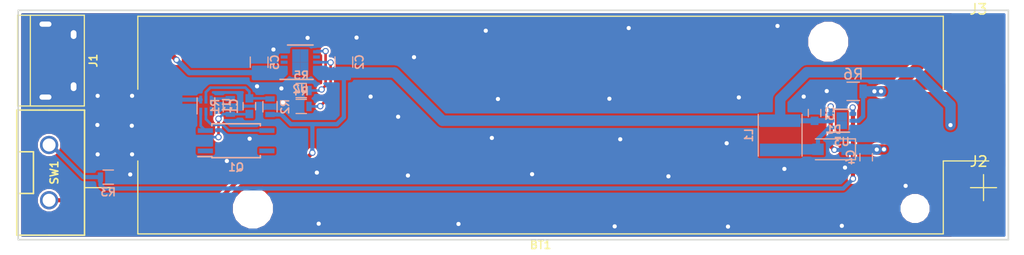
<source format=kicad_pcb>
(kicad_pcb (version 20170123) (host pcbnew "(2017-08-25 revision dd37d0595)-makepkg")

  (general
    (thickness 1.6)
    (drawings 4)
    (tracks 266)
    (zones 0)
    (modules 22)
    (nets 24)
  )

  (page A4)
  (layers
    (0 F.Cu signal)
    (31 B.Cu signal)
    (32 B.Adhes user)
    (33 F.Adhes user)
    (34 B.Paste user)
    (35 F.Paste user)
    (36 B.SilkS user)
    (37 F.SilkS user)
    (38 B.Mask user)
    (39 F.Mask user)
    (40 Dwgs.User user)
    (41 Cmts.User user)
    (42 Eco1.User user)
    (43 Eco2.User user)
    (44 Edge.Cuts user)
    (45 Margin user)
    (46 B.CrtYd user)
    (47 F.CrtYd user)
    (48 B.Fab user hide)
    (49 F.Fab user)
  )

  (setup
    (last_trace_width 0.25)
    (user_trace_width 0.4)
    (trace_clearance 0)
    (zone_clearance 0.2)
    (zone_45_only yes)
    (trace_min 0.13)
    (segment_width 0.2)
    (edge_width 0.15)
    (via_size 0.6)
    (via_drill 0.4)
    (via_min_size 0.4)
    (via_min_drill 0.3)
    (uvia_size 0.3)
    (uvia_drill 0.1)
    (uvias_allowed no)
    (uvia_min_size 0.2)
    (uvia_min_drill 0.1)
    (pcb_text_width 0.3)
    (pcb_text_size 1.5 1.5)
    (mod_edge_width 0.15)
    (mod_text_size 0.75 0.75)
    (mod_text_width 0.15)
    (pad_size 1.3 3.3)
    (pad_drill 0)
    (pad_to_mask_clearance 0.2)
    (aux_axis_origin 0 0)
    (visible_elements 7FFFFFFF)
    (pcbplotparams
      (layerselection 0x010ff_80000001)
      (usegerberextensions false)
      (excludeedgelayer true)
      (linewidth 0.100000)
      (plotframeref false)
      (viasonmask false)
      (mode 1)
      (useauxorigin false)
      (hpglpennumber 1)
      (hpglpenspeed 20)
      (hpglpendiameter 15)
      (psnegative false)
      (psa4output false)
      (plotreference true)
      (plotvalue true)
      (plotinvisibletext false)
      (padsonsilk false)
      (subtractmaskfromsilk false)
      (outputformat 1)
      (mirror false)
      (drillshape 0)
      (scaleselection 1)
      (outputdirectory Gerbers/))
  )

  (net 0 "")
  (net 1 GND)
  (net 2 "Net-(R4-Pad1)")
  (net 3 "Net-(R1-Pad1)")
  (net 4 /VBAT_NEG)
  (net 5 "Net-(C1-Pad1)")
  (net 6 +BATT)
  (net 7 /SWITCH)
  (net 8 "Net-(D3-Pad1)")
  (net 9 "Net-(R5-Pad1)")
  (net 10 "Net-(D1-Pad2)")
  (net 11 "Net-(U2-Pad7)")
  (net 12 "Net-(U2-Pad4)")
  (net 13 "Net-(U2-Pad3)")
  (net 14 /USB_IN)
  (net 15 "Net-(Q1-Pad1)")
  (net 16 "Net-(Q1-Pad4)")
  (net 17 "Net-(Q1-Pad5)")
  (net 18 "Net-(Q1-Pad8)")
  (net 19 "Net-(U1-Pad1)")
  (net 20 "Net-(C4-Pad1)")
  (net 21 "Net-(J1-Pad4)")
  (net 22 "Net-(J1-Pad3)")
  (net 23 "Net-(J1-Pad2)")

  (net_class Default "This is the default net class."
    (clearance 0)
    (trace_width 0.25)
    (via_dia 0.6)
    (via_drill 0.4)
    (uvia_dia 0.3)
    (uvia_drill 0.1)
    (add_net +BATT)
    (add_net /SWITCH)
    (add_net /USB_IN)
    (add_net /VBAT_NEG)
    (add_net GND)
    (add_net "Net-(C1-Pad1)")
    (add_net "Net-(C4-Pad1)")
    (add_net "Net-(D1-Pad2)")
    (add_net "Net-(D3-Pad1)")
    (add_net "Net-(J1-Pad2)")
    (add_net "Net-(J1-Pad3)")
    (add_net "Net-(J1-Pad4)")
    (add_net "Net-(Q1-Pad1)")
    (add_net "Net-(Q1-Pad4)")
    (add_net "Net-(Q1-Pad5)")
    (add_net "Net-(Q1-Pad8)")
    (add_net "Net-(R1-Pad1)")
    (add_net "Net-(R4-Pad1)")
    (add_net "Net-(R5-Pad1)")
    (add_net "Net-(U1-Pad1)")
    (add_net "Net-(U2-Pad3)")
    (add_net "Net-(U2-Pad4)")
    (add_net "Net-(U2-Pad7)")
  )

  (module Global_Parts:SolderWirePad_single_SMD_5x6mm (layer F.Cu) (tedit 5A0E5C9A) (tstamp 5A0EACC7)
    (at 187.9092 100.6094)
    (descr "Wire Pad, Square, SMD Pad,  5mm x 10mm,")
    (tags "MesurementPoint Square SMDPad 5mmx10mm ")
    (path /5A0E6449)
    (attr smd)
    (fp_text reference J2 (at 0 -3.81) (layer F.SilkS)
      (effects (font (size 1 1) (thickness 0.15)))
    )
    (fp_text value Conn_01x01 (at -0.3175 4.318) (layer F.Fab)
      (effects (font (size 1 1) (thickness 0.15)))
    )
    (fp_line (start 2.75 -3.25) (end -2.75 -3.25) (layer F.CrtYd) (width 0.05))
    (fp_line (start 2.75 3.25) (end 2.75 -3.25) (layer F.CrtYd) (width 0.05))
    (fp_line (start -2.75 3.25) (end 2.75 3.25) (layer F.CrtYd) (width 0.05))
    (fp_line (start -2.75 -3.25) (end -2.75 3.25) (layer F.CrtYd) (width 0.05))
    (pad 1 smd rect (at 0 0) (size 5 6) (layers F.Cu F.Paste F.Mask)
      (net 20 "Net-(C4-Pad1)"))
  )

  (module Global_Parts:SolderWirePad_single_SMD_5x6mm (layer F.Cu) (tedit 5A0E5C9A) (tstamp 5A0EACBE)
    (at 187.8838 86.0044)
    (descr "Wire Pad, Square, SMD Pad,  5mm x 10mm,")
    (tags "MesurementPoint Square SMDPad 5mmx10mm ")
    (path /5A0E6574)
    (attr smd)
    (fp_text reference J3 (at 0 -3.81) (layer F.SilkS)
      (effects (font (size 1 1) (thickness 0.15)))
    )
    (fp_text value Conn_01x01 (at -0.3175 4.318) (layer F.Fab)
      (effects (font (size 1 1) (thickness 0.15)))
    )
    (fp_line (start -2.75 -3.25) (end -2.75 3.25) (layer F.CrtYd) (width 0.05))
    (fp_line (start -2.75 3.25) (end 2.75 3.25) (layer F.CrtYd) (width 0.05))
    (fp_line (start 2.75 3.25) (end 2.75 -3.25) (layer F.CrtYd) (width 0.05))
    (fp_line (start 2.75 -3.25) (end -2.75 -3.25) (layer F.CrtYd) (width 0.05))
    (pad 1 smd rect (at 0 0) (size 5 6) (layers F.Cu F.Paste F.Mask)
      (net 8 "Net-(D3-Pad1)"))
  )

  (module Resistors_SMD:R_0805 (layer B.Cu) (tedit 58E0A804) (tstamp 5A0875C7)
    (at 175.8696 90.0668 180)
    (descr "Resistor SMD 0805, reflow soldering, Vishay (see dcrcw.pdf)")
    (tags "resistor 0805")
    (path /57EF14EB)
    (attr smd)
    (fp_text reference R6 (at 0 1.65 180) (layer B.SilkS)
      (effects (font (size 1 1) (thickness 0.15)) (justify mirror))
    )
    (fp_text value 0.3 (at 0 -1.75 180) (layer B.Fab)
      (effects (font (size 1 1) (thickness 0.15)) (justify mirror))
    )
    (fp_text user %R (at 0 0 180) (layer B.Fab)
      (effects (font (size 0.5 0.5) (thickness 0.075)) (justify mirror))
    )
    (fp_line (start -1 -0.62) (end -1 0.62) (layer B.Fab) (width 0.1))
    (fp_line (start 1 -0.62) (end -1 -0.62) (layer B.Fab) (width 0.1))
    (fp_line (start 1 0.62) (end 1 -0.62) (layer B.Fab) (width 0.1))
    (fp_line (start -1 0.62) (end 1 0.62) (layer B.Fab) (width 0.1))
    (fp_line (start 0.6 -0.88) (end -0.6 -0.88) (layer B.SilkS) (width 0.12))
    (fp_line (start -0.6 0.88) (end 0.6 0.88) (layer B.SilkS) (width 0.12))
    (fp_line (start -1.55 0.9) (end 1.55 0.9) (layer B.CrtYd) (width 0.05))
    (fp_line (start -1.55 0.9) (end -1.55 -0.9) (layer B.CrtYd) (width 0.05))
    (fp_line (start 1.55 -0.9) (end 1.55 0.9) (layer B.CrtYd) (width 0.05))
    (fp_line (start 1.55 -0.9) (end -1.55 -0.9) (layer B.CrtYd) (width 0.05))
    (pad 1 smd rect (at -0.95 0 180) (size 0.7 1.3) (layers B.Cu B.Paste B.Mask)
      (net 8 "Net-(D3-Pad1)"))
    (pad 2 smd rect (at 0.95 0 180) (size 0.7 1.3) (layers B.Cu B.Paste B.Mask)
      (net 1 GND))
    (model ${KISYS3DMOD}/Resistors_SMD.3dshapes/R_0805.wrl
      (at (xyz 0 0 0))
      (scale (xyz 1 1 1))
      (rotate (xyz 0 0 0))
    )
  )

  (module Capacitors_SMD:C_0805 (layer B.Cu) (tedit 58AA8463) (tstamp 5A0859E9)
    (at 118.872 87.2728 90)
    (descr "Capacitor SMD 0805, reflow soldering, AVX (see smccp.pdf)")
    (tags "capacitor 0805")
    (path /5A07C472)
    (attr smd)
    (fp_text reference C5 (at 0 1.5 90) (layer B.SilkS)
      (effects (font (size 0.75 0.75) (thickness 0.15)) (justify mirror))
    )
    (fp_text value 4.7uF (at 0 -1.75 90) (layer B.Fab)
      (effects (font (size 0.75 0.75) (thickness 0.15)) (justify mirror))
    )
    (fp_line (start 1.75 -0.87) (end -1.75 -0.87) (layer B.CrtYd) (width 0.05))
    (fp_line (start 1.75 -0.87) (end 1.75 0.88) (layer B.CrtYd) (width 0.05))
    (fp_line (start -1.75 0.88) (end -1.75 -0.87) (layer B.CrtYd) (width 0.05))
    (fp_line (start -1.75 0.88) (end 1.75 0.88) (layer B.CrtYd) (width 0.05))
    (fp_line (start -0.5 -0.85) (end 0.5 -0.85) (layer B.SilkS) (width 0.12))
    (fp_line (start 0.5 0.85) (end -0.5 0.85) (layer B.SilkS) (width 0.12))
    (fp_line (start -1 0.62) (end 1 0.62) (layer B.Fab) (width 0.1))
    (fp_line (start 1 0.62) (end 1 -0.62) (layer B.Fab) (width 0.1))
    (fp_line (start 1 -0.62) (end -1 -0.62) (layer B.Fab) (width 0.1))
    (fp_line (start -1 -0.62) (end -1 0.62) (layer B.Fab) (width 0.1))
    (fp_text user %R (at 0 1.5 90) (layer B.Fab)
      (effects (font (size 0.75 0.75) (thickness 0.15)) (justify mirror))
    )
    (pad 2 smd rect (at 1 0 90) (size 1 1.25) (layers B.Cu B.Paste B.Mask)
      (net 1 GND))
    (pad 1 smd rect (at -1 0 90) (size 1 1.25) (layers B.Cu B.Paste B.Mask)
      (net 14 /USB_IN))
    (model Capacitors_SMD.3dshapes/C_0805.wrl
      (at (xyz 0 0 0))
      (scale (xyz 1 1 1))
      (rotate (xyz 0 0 0))
    )
  )

  (module Battery_Holders:Keystone_1042_1x18650 locked (layer F.Cu) (tedit 5A033499) (tstamp 5A07F95F)
    (at 145.8722 93.3053 180)
    (descr "Battery holder for 18650 cylindrical cells http://www.keyelco.com/product.cfm/product_id/918")
    (tags "18650 Keystone 1042 Li-ion")
    (path /59FA908D)
    (attr smd)
    (fp_text reference BT1 (at 0 -11.5 180) (layer F.SilkS)
      (effects (font (size 0.75 0.75) (thickness 0.15)))
    )
    (fp_text value Battery_Cell (at 0 11.3 180) (layer F.Fab)
      (effects (font (size 0.75 0.75) (thickness 0.15)))
    )
    (fp_line (start -42.5 -4.75) (end -42.5 -7.25) (layer F.SilkS) (width 0.12))
    (fp_line (start -43.75 -6) (end -41.25 -6) (layer F.SilkS) (width 0.12))
    (fp_line (start -39.03 3.68) (end -43.5 3.68) (layer F.CrtYd) (width 0.05))
    (fp_line (start -43.5 3.68) (end -43.5 -3.68) (layer F.CrtYd) (width 0.05))
    (fp_line (start -43.5 -3.68) (end -39.03 -3.68) (layer F.CrtYd) (width 0.05))
    (fp_line (start 43.5 -3.68) (end 39.03 -3.68) (layer F.CrtYd) (width 0.05))
    (fp_line (start 39.03 3.68) (end 43.5 3.68) (layer F.CrtYd) (width 0.05))
    (fp_line (start -39.03 -10.83) (end -39.03 -3.68) (layer F.CrtYd) (width 0.05))
    (fp_line (start -39.03 10.83) (end -39.03 3.68) (layer F.CrtYd) (width 0.05))
    (fp_line (start 39.03 -10.83) (end 39.03 -3.68) (layer F.CrtYd) (width 0.05))
    (fp_line (start -39.03 -10.83) (end 39.03 -10.83) (layer F.CrtYd) (width 0.05))
    (fp_line (start -39.03 10.83) (end 39.03 10.83) (layer F.CrtYd) (width 0.05))
    (fp_line (start 38.53 -10.33) (end 38.53 10.33) (layer F.Fab) (width 0.1))
    (fp_line (start -33.3675 -10.33) (end 38.53 -10.33) (layer F.Fab) (width 0.1))
    (fp_line (start 43.75 -6) (end 41.25 -6) (layer F.SilkS) (width 0.12))
    (fp_line (start -38.53 -5.1675) (end -38.53 10.33) (layer F.Fab) (width 0.1))
    (fp_line (start -38.53 10.33) (end 38.53 10.33) (layer F.Fab) (width 0.1))
    (fp_line (start 38.64 -3.44) (end 38.64 -10.42) (layer F.SilkS) (width 0.12))
    (fp_line (start 38.64 -10.44) (end -38.64 -10.44) (layer F.SilkS) (width 0.12))
    (fp_line (start -38.64 -10.44) (end -38.64 -3.44) (layer F.SilkS) (width 0.12))
    (fp_line (start 38.64 3.44) (end 38.64 10.44) (layer F.SilkS) (width 0.12))
    (fp_line (start 38.64 10.44) (end -38.64 10.44) (layer F.SilkS) (width 0.12))
    (fp_line (start -38.64 10.44) (end -38.64 3.44) (layer F.SilkS) (width 0.12))
    (fp_text user %R (at 0 0 180) (layer F.Fab)
      (effects (font (size 0.75 0.75) (thickness 0.15)))
    )
    (fp_line (start 39.03 10.83) (end 39.03 3.68) (layer F.CrtYd) (width 0.05))
    (fp_line (start 43.5 3.68) (end 43.5 -3.68) (layer F.CrtYd) (width 0.05))
    (fp_line (start -38.64 -3.44) (end -43 -3.44) (layer F.SilkS) (width 0.12))
    (fp_line (start -33.3675 -10.33) (end -38.53 -5.1675) (layer F.Fab) (width 0.1))
    (pad "" np_thru_hole circle (at -35.93 -8 180) (size 2.39 2.39) (drill 2.39) (layers *.Cu *.Mask))
    (pad "" np_thru_hole circle (at -27.6 8 180) (size 3.45 3.45) (drill 3.45) (layers *.Cu *.Mask))
    (pad "" np_thru_hole circle (at 27.6 -8 180) (size 3.45 3.45) (drill 3.45) (layers *.Cu *.Mask))
    (pad 2 smd rect (at 39.33 0 180) (size 7.34 6.35) (layers F.Cu F.Paste F.Mask)
      (net 4 /VBAT_NEG))
    (pad 1 smd rect (at -39.33 0 180) (size 7.34 6.35) (layers F.Cu F.Paste F.Mask)
      (net 6 +BATT))
    (model ${KISYS3DMOD}/Battery_Holders.3dshapes/Keystone_1042_1x18650.wrl
      (at (xyz 0 0 0))
      (scale (xyz 1 1 1))
      (rotate (xyz 0 0 0))
    )
  )

  (module Housings_DFN_QFN:DFN-10-1EP_3x3mm_Pitch0.5mm (layer B.Cu) (tedit 54130A77) (tstamp 5A0842B8)
    (at 122.8217 87.2728)
    (descr "10-Lead Plastic Dual Flat, No Lead Package (MF) - 3x3x0.9 mm Body [DFN] (see Microchip Packaging Specification 00000049BS.pdf)")
    (tags "DFN 0.5")
    (path /59F941CC)
    (attr smd)
    (fp_text reference U2 (at 0 2.575) (layer B.SilkS)
      (effects (font (size 0.75 0.75) (thickness 0.15)) (justify mirror))
    )
    (fp_text value MCP73833T (at -0.0508 -6.731) (layer B.Fab)
      (effects (font (size 0.75 0.75) (thickness 0.15)) (justify mirror))
    )
    (fp_line (start -1.95 1.65) (end 1.225 1.65) (layer B.SilkS) (width 0.15))
    (fp_line (start -1.225 -1.65) (end 1.225 -1.65) (layer B.SilkS) (width 0.15))
    (fp_line (start -2.15 -1.85) (end 2.15 -1.85) (layer B.CrtYd) (width 0.05))
    (fp_line (start -2.15 1.85) (end 2.15 1.85) (layer B.CrtYd) (width 0.05))
    (fp_line (start 2.15 1.85) (end 2.15 -1.85) (layer B.CrtYd) (width 0.05))
    (fp_line (start -2.15 1.85) (end -2.15 -1.85) (layer B.CrtYd) (width 0.05))
    (fp_line (start -1.5 0.5) (end -0.5 1.5) (layer B.Fab) (width 0.15))
    (fp_line (start -1.5 -1.5) (end -1.5 0.5) (layer B.Fab) (width 0.15))
    (fp_line (start 1.5 -1.5) (end -1.5 -1.5) (layer B.Fab) (width 0.15))
    (fp_line (start 1.5 1.5) (end 1.5 -1.5) (layer B.Fab) (width 0.15))
    (fp_line (start -0.5 1.5) (end 1.5 1.5) (layer B.Fab) (width 0.15))
    (pad 11 smd rect (at -0.3875 0.62) (size 0.775 1.24) (layers B.Cu B.Paste B.Mask)
      (solder_paste_margin_ratio -0.2))
    (pad 11 smd rect (at -0.3875 -0.62) (size 0.775 1.24) (layers B.Cu B.Paste B.Mask)
      (solder_paste_margin_ratio -0.2))
    (pad 11 smd rect (at 0.3875 0.62) (size 0.775 1.24) (layers B.Cu B.Paste B.Mask)
      (solder_paste_margin_ratio -0.2))
    (pad 11 smd rect (at 0.3875 -0.62) (size 0.775 1.24) (layers B.Cu B.Paste B.Mask)
      (solder_paste_margin_ratio -0.2))
    (pad 10 smd rect (at 1.55 1) (size 0.65 0.3) (layers B.Cu B.Paste B.Mask)
      (net 6 +BATT))
    (pad 9 smd rect (at 1.55 0.5) (size 0.65 0.3) (layers B.Cu B.Paste B.Mask)
      (net 6 +BATT))
    (pad 8 smd rect (at 1.55 0) (size 0.65 0.3) (layers B.Cu B.Paste B.Mask)
      (net 2 "Net-(R4-Pad1)"))
    (pad 7 smd rect (at 1.55 -0.5) (size 0.65 0.3) (layers B.Cu B.Paste B.Mask)
      (net 11 "Net-(U2-Pad7)"))
    (pad 6 smd rect (at 1.55 -1) (size 0.65 0.3) (layers B.Cu B.Paste B.Mask)
      (net 9 "Net-(R5-Pad1)"))
    (pad 5 smd rect (at -1.55 -1) (size 0.65 0.3) (layers B.Cu B.Paste B.Mask)
      (net 1 GND))
    (pad 4 smd rect (at -1.55 -0.5) (size 0.65 0.3) (layers B.Cu B.Paste B.Mask)
      (net 12 "Net-(U2-Pad4)"))
    (pad 3 smd rect (at -1.55 0) (size 0.65 0.3) (layers B.Cu B.Paste B.Mask)
      (net 13 "Net-(U2-Pad3)"))
    (pad 2 smd rect (at -1.55 0.5) (size 0.65 0.3) (layers B.Cu B.Paste B.Mask)
      (net 14 /USB_IN))
    (pad 1 smd rect (at -1.55 1) (size 0.65 0.3) (layers B.Cu B.Paste B.Mask)
      (net 14 /USB_IN))
    (model ${KISYS3DMOD}/Housings_DFN_QFN.3dshapes/DFN-10-1EP_3x3mm_Pitch0.5mm.wrl
      (at (xyz 0 0 0))
      (scale (xyz 1 1 1))
      (rotate (xyz 0 0 0))
    )
  )

  (module Capacitors_SMD:C_0603 (layer B.Cu) (tedit 59958EE7) (tstamp 5A07F93A)
    (at 117.9322 91.4892 270)
    (descr "Capacitor SMD 0603, reflow soldering, AVX (see smccp.pdf)")
    (tags "capacitor 0603")
    (path /59F9FDCD)
    (attr smd)
    (fp_text reference C1 (at 0 1.5 270) (layer B.SilkS)
      (effects (font (size 0.75 0.75) (thickness 0.15)) (justify mirror))
    )
    (fp_text value 0.1uF (at -0.2794 -1.7907 270) (layer B.Fab)
      (effects (font (size 0.75 0.75) (thickness 0.15)) (justify mirror))
    )
    (fp_text user %R (at 0 0 270) (layer B.Fab)
      (effects (font (size 0.75 0.75) (thickness 0.15)) (justify mirror))
    )
    (fp_line (start -0.8 -0.4) (end -0.8 0.4) (layer B.Fab) (width 0.1))
    (fp_line (start 0.8 -0.4) (end -0.8 -0.4) (layer B.Fab) (width 0.1))
    (fp_line (start 0.8 0.4) (end 0.8 -0.4) (layer B.Fab) (width 0.1))
    (fp_line (start -0.8 0.4) (end 0.8 0.4) (layer B.Fab) (width 0.1))
    (fp_line (start -0.35 0.6) (end 0.35 0.6) (layer B.SilkS) (width 0.12))
    (fp_line (start 0.35 -0.6) (end -0.35 -0.6) (layer B.SilkS) (width 0.12))
    (fp_line (start -1.4 0.65) (end 1.4 0.65) (layer B.CrtYd) (width 0.05))
    (fp_line (start -1.4 0.65) (end -1.4 -0.65) (layer B.CrtYd) (width 0.05))
    (fp_line (start 1.4 -0.65) (end 1.4 0.65) (layer B.CrtYd) (width 0.05))
    (fp_line (start 1.4 -0.65) (end -1.4 -0.65) (layer B.CrtYd) (width 0.05))
    (pad 1 smd rect (at -0.75 0 270) (size 0.8 0.75) (layers B.Cu B.Paste B.Mask)
      (net 5 "Net-(C1-Pad1)"))
    (pad 2 smd rect (at 0.75 0 270) (size 0.8 0.75) (layers B.Cu B.Paste B.Mask)
      (net 4 /VBAT_NEG))
    (model Capacitors_SMD.3dshapes/C_0603.wrl
      (at (xyz 0 0 0))
      (scale (xyz 1 1 1))
      (rotate (xyz 0 0 0))
    )
  )

  (module Capacitors_SMD:C_0603 (layer B.Cu) (tedit 59958EE7) (tstamp 5A07F929)
    (at 172.1612 92.1496 90)
    (descr "Capacitor SMD 0603, reflow soldering, AVX (see smccp.pdf)")
    (tags "capacitor 0603")
    (path /57EF15BB)
    (attr smd)
    (fp_text reference C3 (at 0 1.5 90) (layer B.SilkS)
      (effects (font (size 0.75 0.75) (thickness 0.15)) (justify mirror))
    )
    (fp_text value 4.7uF (at 0 -1.5 90) (layer B.Fab)
      (effects (font (size 0.75 0.75) (thickness 0.15)) (justify mirror))
    )
    (fp_line (start 1.4 -0.65) (end -1.4 -0.65) (layer B.CrtYd) (width 0.05))
    (fp_line (start 1.4 -0.65) (end 1.4 0.65) (layer B.CrtYd) (width 0.05))
    (fp_line (start -1.4 0.65) (end -1.4 -0.65) (layer B.CrtYd) (width 0.05))
    (fp_line (start -1.4 0.65) (end 1.4 0.65) (layer B.CrtYd) (width 0.05))
    (fp_line (start 0.35 -0.6) (end -0.35 -0.6) (layer B.SilkS) (width 0.12))
    (fp_line (start -0.35 0.6) (end 0.35 0.6) (layer B.SilkS) (width 0.12))
    (fp_line (start -0.8 0.4) (end 0.8 0.4) (layer B.Fab) (width 0.1))
    (fp_line (start 0.8 0.4) (end 0.8 -0.4) (layer B.Fab) (width 0.1))
    (fp_line (start 0.8 -0.4) (end -0.8 -0.4) (layer B.Fab) (width 0.1))
    (fp_line (start -0.8 -0.4) (end -0.8 0.4) (layer B.Fab) (width 0.1))
    (fp_text user %R (at 0 0 90) (layer B.Fab)
      (effects (font (size 0.75 0.75) (thickness 0.15)) (justify mirror))
    )
    (pad 2 smd rect (at 0.75 0 90) (size 0.8 0.75) (layers B.Cu B.Paste B.Mask)
      (net 1 GND))
    (pad 1 smd rect (at -0.75 0 90) (size 0.8 0.75) (layers B.Cu B.Paste B.Mask)
      (net 6 +BATT))
    (model Capacitors_SMD.3dshapes/C_0603.wrl
      (at (xyz 0 0 0))
      (scale (xyz 1 1 1))
      (rotate (xyz 0 0 0))
    )
  )

  (module Capacitors_SMD:C_0603 (layer B.Cu) (tedit 59958EE7) (tstamp 5A07F918)
    (at 177.1142 96.3914 270)
    (descr "Capacitor SMD 0603, reflow soldering, AVX (see smccp.pdf)")
    (tags "capacitor 0603")
    (path /5A07A0C9)
    (attr smd)
    (fp_text reference C4 (at 0 1.5 270) (layer B.SilkS)
      (effects (font (size 0.75 0.75) (thickness 0.15)) (justify mirror))
    )
    (fp_text value 10uF (at 0 -1.5 270) (layer B.Fab)
      (effects (font (size 0.75 0.75) (thickness 0.15)) (justify mirror))
    )
    (fp_text user %R (at 0 0 270) (layer B.Fab)
      (effects (font (size 0.75 0.75) (thickness 0.15)) (justify mirror))
    )
    (fp_line (start -0.8 -0.4) (end -0.8 0.4) (layer B.Fab) (width 0.1))
    (fp_line (start 0.8 -0.4) (end -0.8 -0.4) (layer B.Fab) (width 0.1))
    (fp_line (start 0.8 0.4) (end 0.8 -0.4) (layer B.Fab) (width 0.1))
    (fp_line (start -0.8 0.4) (end 0.8 0.4) (layer B.Fab) (width 0.1))
    (fp_line (start -0.35 0.6) (end 0.35 0.6) (layer B.SilkS) (width 0.12))
    (fp_line (start 0.35 -0.6) (end -0.35 -0.6) (layer B.SilkS) (width 0.12))
    (fp_line (start -1.4 0.65) (end 1.4 0.65) (layer B.CrtYd) (width 0.05))
    (fp_line (start -1.4 0.65) (end -1.4 -0.65) (layer B.CrtYd) (width 0.05))
    (fp_line (start 1.4 -0.65) (end 1.4 0.65) (layer B.CrtYd) (width 0.05))
    (fp_line (start 1.4 -0.65) (end -1.4 -0.65) (layer B.CrtYd) (width 0.05))
    (pad 1 smd rect (at -0.75 0 270) (size 0.8 0.75) (layers B.Cu B.Paste B.Mask)
      (net 20 "Net-(C4-Pad1)"))
    (pad 2 smd rect (at 0.75 0 270) (size 0.8 0.75) (layers B.Cu B.Paste B.Mask)
      (net 1 GND))
    (model Capacitors_SMD.3dshapes/C_0603.wrl
      (at (xyz 0 0 0))
      (scale (xyz 1 1 1))
      (rotate (xyz 0 0 0))
    )
  )

  (module Capacitors_SMD:C_0805 (layer B.Cu) (tedit 58AA8463) (tstamp 5A07F907)
    (at 127 87.2601 90)
    (descr "Capacitor SMD 0805, reflow soldering, AVX (see smccp.pdf)")
    (tags "capacitor 0805")
    (path /59F99DC7)
    (attr smd)
    (fp_text reference C2 (at 0 1.5 90) (layer B.SilkS)
      (effects (font (size 0.75 0.75) (thickness 0.15)) (justify mirror))
    )
    (fp_text value 4.7uF (at 0 -1.75 90) (layer B.Fab)
      (effects (font (size 0.75 0.75) (thickness 0.15)) (justify mirror))
    )
    (fp_line (start 1.75 -0.87) (end -1.75 -0.87) (layer B.CrtYd) (width 0.05))
    (fp_line (start 1.75 -0.87) (end 1.75 0.88) (layer B.CrtYd) (width 0.05))
    (fp_line (start -1.75 0.88) (end -1.75 -0.87) (layer B.CrtYd) (width 0.05))
    (fp_line (start -1.75 0.88) (end 1.75 0.88) (layer B.CrtYd) (width 0.05))
    (fp_line (start -0.5 -0.85) (end 0.5 -0.85) (layer B.SilkS) (width 0.12))
    (fp_line (start 0.5 0.85) (end -0.5 0.85) (layer B.SilkS) (width 0.12))
    (fp_line (start -1 0.62) (end 1 0.62) (layer B.Fab) (width 0.1))
    (fp_line (start 1 0.62) (end 1 -0.62) (layer B.Fab) (width 0.1))
    (fp_line (start 1 -0.62) (end -1 -0.62) (layer B.Fab) (width 0.1))
    (fp_line (start -1 -0.62) (end -1 0.62) (layer B.Fab) (width 0.1))
    (fp_text user %R (at 0 1.5 90) (layer B.Fab)
      (effects (font (size 0.75 0.75) (thickness 0.15)) (justify mirror))
    )
    (pad 2 smd rect (at 1 0 90) (size 1 1.25) (layers B.Cu B.Paste B.Mask)
      (net 1 GND))
    (pad 1 smd rect (at -1 0 90) (size 1 1.25) (layers B.Cu B.Paste B.Mask)
      (net 6 +BATT))
    (model Capacitors_SMD.3dshapes/C_0805.wrl
      (at (xyz 0 0 0))
      (scale (xyz 1 1 1))
      (rotate (xyz 0 0 0))
    )
  )

  (module Connectors:USB_Micro-B (layer F.Cu) (tedit 5543E447) (tstamp 5A07F8F6)
    (at 99.7204 87.1204 270)
    (descr "Micro USB Type B Receptacle")
    (tags "USB USB_B USB_micro USB_OTG")
    (path /59FA9CF5)
    (attr smd)
    (fp_text reference J1 (at 0 -3.24 270) (layer F.SilkS)
      (effects (font (size 0.75 0.75) (thickness 0.15)))
    )
    (fp_text value USB_OTG (at 0 5.01 270) (layer F.Fab)
      (effects (font (size 0.75 0.75) (thickness 0.15)))
    )
    (fp_line (start -4.35 4.03) (end -4.35 -2.38) (layer F.SilkS) (width 0.12))
    (fp_line (start 4.35 2.8) (end -4.35 2.8) (layer F.SilkS) (width 0.12))
    (fp_line (start 4.35 -2.38) (end 4.35 4.03) (layer F.SilkS) (width 0.12))
    (fp_line (start -4.35 -2.38) (end 4.35 -2.38) (layer F.SilkS) (width 0.12))
    (fp_line (start -4.35 4.03) (end 4.35 4.03) (layer F.SilkS) (width 0.12))
    (fp_line (start -4.6 4.26) (end -4.6 -2.59) (layer F.CrtYd) (width 0.05))
    (fp_line (start 4.6 4.26) (end -4.6 4.26) (layer F.CrtYd) (width 0.05))
    (fp_line (start 4.6 -2.59) (end 4.6 4.26) (layer F.CrtYd) (width 0.05))
    (fp_line (start -4.6 -2.59) (end 4.6 -2.59) (layer F.CrtYd) (width 0.05))
    (pad 6 thru_hole oval (at 3.5 1.35) (size 1.55 1) (drill oval 1.15 0.5) (layers *.Cu *.Mask)
      (net 1 GND))
    (pad 6 thru_hole oval (at -3.5 1.35) (size 1.55 1) (drill oval 1.15 0.5) (layers *.Cu *.Mask)
      (net 1 GND))
    (pad 6 thru_hole oval (at 2.5 -1.35) (size 0.95 1.25) (drill oval 0.55 0.85) (layers *.Cu *.Mask)
      (net 1 GND))
    (pad 6 thru_hole oval (at -2.5 -1.35) (size 0.95 1.25) (drill oval 0.55 0.85) (layers *.Cu *.Mask)
      (net 1 GND))
    (pad 5 smd rect (at 1.3 -1.35) (size 1.35 0.4) (layers F.Cu F.Paste F.Mask)
      (net 1 GND))
    (pad 4 smd rect (at 0.65 -1.35) (size 1.35 0.4) (layers F.Cu F.Paste F.Mask)
      (net 21 "Net-(J1-Pad4)"))
    (pad 3 smd rect (at 0 -1.35) (size 1.35 0.4) (layers F.Cu F.Paste F.Mask)
      (net 22 "Net-(J1-Pad3)"))
    (pad 2 smd rect (at -0.65 -1.35) (size 1.35 0.4) (layers F.Cu F.Paste F.Mask)
      (net 23 "Net-(J1-Pad2)"))
    (pad 1 smd rect (at -1.3 -1.35) (size 1.35 0.4) (layers F.Cu F.Paste F.Mask)
      (net 14 /USB_IN))
  )

  (module Diodes_SMD:D_SOD-123F (layer B.Cu) (tedit 587F7769) (tstamp 5A07F8E0)
    (at 173.8884 95.6294 180)
    (descr D_SOD-123F)
    (tags D_SOD-123F)
    (path /57EF163C)
    (attr smd)
    (fp_text reference D1 (at -0.127 1.905 180) (layer B.SilkS)
      (effects (font (size 0.75 0.75) (thickness 0.15)) (justify mirror))
    )
    (fp_text value D_Schottky (at 0 -2.1 180) (layer B.Fab)
      (effects (font (size 0.75 0.75) (thickness 0.15)) (justify mirror))
    )
    (fp_line (start -2.2 1) (end 1.65 1) (layer B.SilkS) (width 0.12))
    (fp_line (start -2.2 -1) (end 1.65 -1) (layer B.SilkS) (width 0.12))
    (fp_line (start -2.2 1.15) (end -2.2 -1.15) (layer B.CrtYd) (width 0.05))
    (fp_line (start 2.2 -1.15) (end -2.2 -1.15) (layer B.CrtYd) (width 0.05))
    (fp_line (start 2.2 1.15) (end 2.2 -1.15) (layer B.CrtYd) (width 0.05))
    (fp_line (start -2.2 1.15) (end 2.2 1.15) (layer B.CrtYd) (width 0.05))
    (fp_line (start -1.4 0.9) (end 1.4 0.9) (layer B.Fab) (width 0.1))
    (fp_line (start 1.4 0.9) (end 1.4 -0.9) (layer B.Fab) (width 0.1))
    (fp_line (start 1.4 -0.9) (end -1.4 -0.9) (layer B.Fab) (width 0.1))
    (fp_line (start -1.4 -0.9) (end -1.4 0.9) (layer B.Fab) (width 0.1))
    (fp_line (start -0.75 0) (end -0.35 0) (layer B.Fab) (width 0.1))
    (fp_line (start -0.35 0) (end -0.35 0.55) (layer B.Fab) (width 0.1))
    (fp_line (start -0.35 0) (end -0.35 -0.55) (layer B.Fab) (width 0.1))
    (fp_line (start -0.35 0) (end 0.25 0.4) (layer B.Fab) (width 0.1))
    (fp_line (start 0.25 0.4) (end 0.25 -0.4) (layer B.Fab) (width 0.1))
    (fp_line (start 0.25 -0.4) (end -0.35 0) (layer B.Fab) (width 0.1))
    (fp_line (start 0.25 0) (end 0.75 0) (layer B.Fab) (width 0.1))
    (fp_line (start -2.2 1) (end -2.2 -1) (layer B.SilkS) (width 0.12))
    (fp_text user %R (at -0.127 1.905 180) (layer B.Fab)
      (effects (font (size 0.75 0.75) (thickness 0.15)) (justify mirror))
    )
    (pad 2 smd rect (at 1.4 0 180) (size 1.1 1.1) (layers B.Cu B.Paste B.Mask)
      (net 10 "Net-(D1-Pad2)"))
    (pad 1 smd rect (at -1.4 0 180) (size 1.1 1.1) (layers B.Cu B.Paste B.Mask)
      (net 20 "Net-(C4-Pad1)"))
    (model ${KISYS3DMOD}/Diodes_SMD.3dshapes/D_SOD-123F.wrl
      (at (xyz 0 0 0))
      (scale (xyz 1 1 1))
      (rotate (xyz 0 0 0))
    )
  )

  (module Housings_DFN_QFN:DFN-6-1EP_2x2mm_Pitch0.65mm (layer B.Cu) (tedit 54130A77) (tstamp 5A07F8C7)
    (at 174.7774 92.8862)
    (descr "6-Lead Plastic Dual Flat, No Lead Package (MA) - 2x2x0.9 mm Body [DFN] (see Microchip Packaging Specification 00000049BS.pdf)")
    (tags "DFN 0.65")
    (path /5A077C85)
    (attr smd)
    (fp_text reference U3 (at 0 2.025) (layer B.SilkS)
      (effects (font (size 0.75 0.75) (thickness 0.15)) (justify mirror))
    )
    (fp_text value AP5724 (at 0 -2.025) (layer B.Fab)
      (effects (font (size 0.75 0.75) (thickness 0.15)) (justify mirror))
    )
    (fp_line (start -1.45 1.1) (end 0.725 1.1) (layer B.SilkS) (width 0.15))
    (fp_line (start -0.725 -1.1) (end 0.725 -1.1) (layer B.SilkS) (width 0.15))
    (fp_line (start -1.65 -1.25) (end 1.65 -1.25) (layer B.CrtYd) (width 0.05))
    (fp_line (start -1.65 1.25) (end 1.65 1.25) (layer B.CrtYd) (width 0.05))
    (fp_line (start 1.65 1.25) (end 1.65 -1.25) (layer B.CrtYd) (width 0.05))
    (fp_line (start -1.65 1.25) (end -1.65 -1.25) (layer B.CrtYd) (width 0.05))
    (fp_line (start -1 0) (end 0 1) (layer B.Fab) (width 0.15))
    (fp_line (start -1 -1) (end -1 0) (layer B.Fab) (width 0.15))
    (fp_line (start 1 -1) (end -1 -1) (layer B.Fab) (width 0.15))
    (fp_line (start 1 1) (end 1 -1) (layer B.Fab) (width 0.15))
    (fp_line (start 0 1) (end 1 1) (layer B.Fab) (width 0.15))
    (pad 7 smd rect (at 0 0.4) (size 1 0.8) (layers B.Cu B.Paste B.Mask)
      (solder_paste_margin_ratio -0.2))
    (pad 7 smd rect (at 0 -0.4) (size 1 0.8) (layers B.Cu B.Paste B.Mask)
      (solder_paste_margin_ratio -0.2))
    (pad 6 smd rect (at 1.05 0.65) (size 0.65 0.35) (layers B.Cu B.Paste B.Mask)
      (net 1 GND))
    (pad 5 smd rect (at 1.05 0) (size 0.65 0.35) (layers B.Cu B.Paste B.Mask)
      (net 8 "Net-(D3-Pad1)"))
    (pad 4 smd rect (at 1.05 -0.65) (size 0.65 0.35) (layers B.Cu B.Paste B.Mask)
      (net 7 /SWITCH))
    (pad 3 smd rect (at -1.05 -0.65) (size 0.65 0.35) (layers B.Cu B.Paste B.Mask)
      (net 20 "Net-(C4-Pad1)"))
    (pad 2 smd rect (at -1.05 0) (size 0.65 0.35) (layers B.Cu B.Paste B.Mask)
      (net 6 +BATT))
    (pad 1 smd rect (at -1.05 0.65) (size 0.65 0.35) (layers B.Cu B.Paste B.Mask)
      (net 10 "Net-(D1-Pad2)"))
    (model ${KISYS3DMOD}/Housings_DFN_QFN.3dshapes/DFN-6-1EP_2x2mm_Pitch0.65mm.wrl
      (at (xyz 0 0 0))
      (scale (xyz 1 1 1))
      (rotate (xyz 0 0 0))
    )
  )

  (module Housings_SON:WSON6_1.5x1.5mm_Pitch0.5mm (layer B.Cu) (tedit 59381028) (tstamp 5A07F8B0)
    (at 113.7666 91.4384 90)
    (descr "WSON6, http://www.ti.com/lit/ds/symlink/tlv702.pdf")
    (tags WSON6_1.5x1.5mm_Pitch0.5mm)
    (path /59F940D3)
    (attr smd)
    (fp_text reference U1 (at 0 2 90) (layer B.SilkS)
      (effects (font (size 0.75 0.75) (thickness 0.15)) (justify mirror))
    )
    (fp_text value bq29700 (at 2.0828 -3.556 90) (layer B.Fab)
      (effects (font (size 0.75 0.75) (thickness 0.15)) (justify mirror))
    )
    (fp_text user %R (at 0.005 0 90) (layer B.Fab)
      (effects (font (size 0.75 0.75) (thickness 0.15)) (justify mirror))
    )
    (fp_line (start -0.945 0.85) (end 0.755 0.85) (layer B.SilkS) (width 0.12))
    (fp_line (start -0.795 -0.85) (end 0.755 -0.85) (layer B.SilkS) (width 0.12))
    (fp_line (start -0.495 0.78) (end -0.775 0.5) (layer B.Fab) (width 0.1))
    (fp_line (start 0.785 0.78) (end -0.495 0.78) (layer B.Fab) (width 0.1))
    (fp_line (start -0.775 0.5) (end -0.775 -0.78) (layer B.Fab) (width 0.1))
    (fp_line (start -0.775 -0.78) (end 0.785 -0.78) (layer B.Fab) (width 0.1))
    (fp_line (start 0.785 0.78) (end 0.785 -0.78) (layer B.Fab) (width 0.1))
    (fp_line (start 1.2 1.02) (end 1.2 -1.02) (layer B.CrtYd) (width 0.05))
    (fp_line (start 1.2 1.02) (end -1.2 1.02) (layer B.CrtYd) (width 0.05))
    (fp_line (start -1.2 -1.02) (end 1.2 -1.02) (layer B.CrtYd) (width 0.05))
    (fp_line (start -1.2 -1.02) (end -1.2 1.02) (layer B.CrtYd) (width 0.05))
    (pad 1 smd rect (at -0.525 0.5 180) (size 0.28 0.85) (layers B.Cu B.Paste B.Mask)
      (net 19 "Net-(U1-Pad1)"))
    (pad 2 smd rect (at -0.575 0 180) (size 0.28 0.75) (layers B.Cu B.Paste B.Mask)
      (net 17 "Net-(Q1-Pad5)"))
    (pad 3 smd rect (at -0.575 -0.5 180) (size 0.28 0.75) (layers B.Cu B.Paste B.Mask)
      (net 16 "Net-(Q1-Pad4)"))
    (pad 4 smd rect (at 0.575 -0.5 180) (size 0.28 0.75) (layers B.Cu B.Paste B.Mask)
      (net 4 /VBAT_NEG))
    (pad 5 smd rect (at 0.575 0 180) (size 0.28 0.75) (layers B.Cu B.Paste B.Mask)
      (net 5 "Net-(C1-Pad1)"))
    (pad 6 smd rect (at 0.575 0.5 180) (size 0.28 0.75) (layers B.Cu B.Paste B.Mask)
      (net 3 "Net-(R1-Pad1)"))
    (model ${KISYS3DMOD}/Housings_SON.3dshapes/WSON6_1.5x1.5mm_Pitch0.5mm.wrl
      (at (xyz 0.0001968504 0 0))
      (scale (xyz 1 1 1))
      (rotate (xyz 0 0 0))
    )
  )

  (module Housings_SSOP:TSSOP-8_4.4x3mm_Pitch0.65mm (layer B.Cu) (tedit 54130A77) (tstamp 5A07F89A)
    (at 116.6622 94.8039)
    (descr "8-Lead Plastic Thin Shrink Small Outline (ST)-4.4 mm Body [TSSOP] (see Microchip Packaging Specification 00000049BS.pdf)")
    (tags "SSOP 0.65")
    (path /59F9D34F)
    (attr smd)
    (fp_text reference Q1 (at 0 2.55) (layer B.SilkS)
      (effects (font (size 0.75 0.75) (thickness 0.15)) (justify mirror))
    )
    (fp_text value DMN2040LTS-13 (at 0 -2.55) (layer B.Fab)
      (effects (font (size 0.75 0.75) (thickness 0.15)) (justify mirror))
    )
    (fp_line (start -1.2 1.5) (end 2.2 1.5) (layer B.Fab) (width 0.15))
    (fp_line (start 2.2 1.5) (end 2.2 -1.5) (layer B.Fab) (width 0.15))
    (fp_line (start 2.2 -1.5) (end -2.2 -1.5) (layer B.Fab) (width 0.15))
    (fp_line (start -2.2 -1.5) (end -2.2 0.5) (layer B.Fab) (width 0.15))
    (fp_line (start -2.2 0.5) (end -1.2 1.5) (layer B.Fab) (width 0.15))
    (fp_line (start -3.95 1.8) (end -3.95 -1.8) (layer B.CrtYd) (width 0.05))
    (fp_line (start 3.95 1.8) (end 3.95 -1.8) (layer B.CrtYd) (width 0.05))
    (fp_line (start -3.95 1.8) (end 3.95 1.8) (layer B.CrtYd) (width 0.05))
    (fp_line (start -3.95 -1.8) (end 3.95 -1.8) (layer B.CrtYd) (width 0.05))
    (fp_line (start -2.325 1.625) (end -2.325 1.525) (layer B.SilkS) (width 0.15))
    (fp_line (start 2.325 1.625) (end 2.325 1.425) (layer B.SilkS) (width 0.15))
    (fp_line (start 2.325 -1.625) (end 2.325 -1.425) (layer B.SilkS) (width 0.15))
    (fp_line (start -2.325 -1.625) (end -2.325 -1.425) (layer B.SilkS) (width 0.15))
    (fp_line (start -2.325 1.625) (end 2.325 1.625) (layer B.SilkS) (width 0.15))
    (fp_line (start -2.325 -1.625) (end 2.325 -1.625) (layer B.SilkS) (width 0.15))
    (fp_line (start -2.325 1.525) (end -3.675 1.525) (layer B.SilkS) (width 0.15))
    (fp_text user %R (at 0 0) (layer B.Fab)
      (effects (font (size 0.75 0.75) (thickness 0.15)) (justify mirror))
    )
    (pad 1 smd rect (at -2.95 0.975) (size 1.45 0.45) (layers B.Cu B.Paste B.Mask)
      (net 15 "Net-(Q1-Pad1)"))
    (pad 2 smd rect (at -2.95 0.325) (size 1.45 0.45) (layers B.Cu B.Paste B.Mask)
      (net 4 /VBAT_NEG))
    (pad 3 smd rect (at -2.95 -0.325) (size 1.45 0.45) (layers B.Cu B.Paste B.Mask)
      (net 4 /VBAT_NEG))
    (pad 4 smd rect (at -2.95 -0.975) (size 1.45 0.45) (layers B.Cu B.Paste B.Mask)
      (net 16 "Net-(Q1-Pad4)"))
    (pad 5 smd rect (at 2.95 -0.975) (size 1.45 0.45) (layers B.Cu B.Paste B.Mask)
      (net 17 "Net-(Q1-Pad5)"))
    (pad 6 smd rect (at 2.95 -0.325) (size 1.45 0.45) (layers B.Cu B.Paste B.Mask)
      (net 1 GND))
    (pad 7 smd rect (at 2.95 0.325) (size 1.45 0.45) (layers B.Cu B.Paste B.Mask)
      (net 1 GND))
    (pad 8 smd rect (at 2.95 0.975) (size 1.45 0.45) (layers B.Cu B.Paste B.Mask)
      (net 18 "Net-(Q1-Pad8)"))
    (model ${KISYS3DMOD}/Housings_SSOP.3dshapes/TSSOP-8_4.4x3mm_Pitch0.65mm.wrl
      (at (xyz 0 0 0))
      (scale (xyz 1 1 1))
      (rotate (xyz 0 0 0))
    )
  )

  (module Inductors_SMD:L_Taiyo-Yuden_NR-40xx (layer B.Cu) (tedit 5990349D) (tstamp 5A07F860)
    (at 168.8592 94.2832 270)
    (descr "Inductor, Taiyo Yuden, NR series, Taiyo-Yuden_NR-40xx, 4.0mmx4.0mm")
    (tags "inductor taiyo-yuden nr smd")
    (path /57EF1607)
    (attr smd)
    (fp_text reference L1 (at 0 3 270) (layer B.SilkS)
      (effects (font (size 0.75 0.75) (thickness 0.15)) (justify mirror))
    )
    (fp_text value 22uH (at -3.0988 1.2446) (layer B.Fab)
      (effects (font (size 0.75 0.75) (thickness 0.15)) (justify mirror))
    )
    (fp_line (start 2.25 2.25) (end -2.25 2.25) (layer B.CrtYd) (width 0.05))
    (fp_line (start 2.25 -2.25) (end 2.25 2.25) (layer B.CrtYd) (width 0.05))
    (fp_line (start -2.25 -2.25) (end 2.25 -2.25) (layer B.CrtYd) (width 0.05))
    (fp_line (start -2.25 2.25) (end -2.25 -2.25) (layer B.CrtYd) (width 0.05))
    (fp_line (start -2 -2.1) (end 2 -2.1) (layer B.SilkS) (width 0.12))
    (fp_line (start -2 2.1) (end 2 2.1) (layer B.SilkS) (width 0.12))
    (fp_line (start -1.25 -2) (end 0 -2) (layer B.Fab) (width 0.1))
    (fp_line (start -2 -1.25) (end -1.25 -2) (layer B.Fab) (width 0.1))
    (fp_line (start -2 0) (end -2 -1.25) (layer B.Fab) (width 0.1))
    (fp_line (start 1.25 -2) (end 0 -2) (layer B.Fab) (width 0.1))
    (fp_line (start 2 -1.25) (end 1.25 -2) (layer B.Fab) (width 0.1))
    (fp_line (start 2 0) (end 2 -1.25) (layer B.Fab) (width 0.1))
    (fp_line (start 1.25 2) (end 0 2) (layer B.Fab) (width 0.1))
    (fp_line (start 2 1.25) (end 1.25 2) (layer B.Fab) (width 0.1))
    (fp_line (start 2 0) (end 2 1.25) (layer B.Fab) (width 0.1))
    (fp_line (start -1.25 2) (end 0 2) (layer B.Fab) (width 0.1))
    (fp_line (start -2 1.25) (end -1.25 2) (layer B.Fab) (width 0.1))
    (fp_line (start -2 0) (end -2 1.25) (layer B.Fab) (width 0.1))
    (fp_text user %R (at 0 0 270) (layer B.Fab)
      (effects (font (size 0.75 0.75) (thickness 0.15)) (justify mirror))
    )
    (pad 2 smd rect (at 1.4 0 270) (size 1.2 3.9) (layers B.Cu B.Paste B.Mask)
      (net 10 "Net-(D1-Pad2)"))
    (pad 1 smd rect (at -1.4 0 270) (size 1.2 3.9) (layers B.Cu B.Paste B.Mask)
      (net 6 +BATT))
    (model ${KISYS3DMOD}/Inductors_SMD.3dshapes/L_Taiyo-Yuden_NR-40xx.wrl
      (at (xyz 0 0 0))
      (scale (xyz 1 1 0.5))
      (rotate (xyz 0 0 0))
    )
    (model ${KISYS3DMOD}/Inductors_SMD.3dshapes/L_Taiyo_NRS50XX.wrl
      (at (xyz 0 0 0))
      (scale (xyz 3 3 2))
      (rotate (xyz 0 0 0))
    )
  )

  (module Light_Parts:GPTS203212B (layer F.Cu) (tedit 59FFDB34) (tstamp 5A07F847)
    (at 98.7171 97.8646 90)
    (path /59FACE66)
    (fp_text reference SW1 (at 0 0.5 90) (layer F.SilkS)
      (effects (font (size 0.75 0.75) (thickness 0.15)))
    )
    (fp_text value SW_Push (at 0 -0.5 90) (layer F.Fab)
      (effects (font (size 0.75 0.75) (thickness 0.15)))
    )
    (fp_line (start -6 0) (end -6 3.4) (layer F.SilkS) (width 0.15))
    (fp_line (start -6 3.4) (end 6 3.4) (layer F.SilkS) (width 0.15))
    (fp_line (start 6 3.4) (end 6 0) (layer F.SilkS) (width 0.15))
    (fp_line (start -6 0) (end -6 -3.1) (layer F.SilkS) (width 0.15))
    (fp_line (start -6 -3.1) (end 6 -3.1) (layer F.SilkS) (width 0.15))
    (fp_line (start 6 -3.1) (end 6 0) (layer F.SilkS) (width 0.15))
    (fp_line (start -2 -3.1) (end -2 -1.5) (layer F.SilkS) (width 0.15))
    (fp_line (start -2 -1.5) (end 2 -1.5) (layer F.SilkS) (width 0.15))
    (fp_line (start 2 -1.5) (end 2 -3.1) (layer F.SilkS) (width 0.15))
    (pad 1 thru_hole circle (at -2.65 0 90) (size 1.75 1.75) (drill 1.25) (layers *.Cu *.Mask)
      (net 6 +BATT))
    (pad 2 thru_hole circle (at 2.65 0 90) (size 1.75 1.75) (drill 1.25) (layers *.Cu *.Mask)
      (net 7 /SWITCH))
  )

  (module Resistors_SMD:R_0603 (layer B.Cu) (tedit 58E0A804) (tstamp 5A07F838)
    (at 122.9106 89.9906 180)
    (descr "Resistor SMD 0603, reflow soldering, Vishay (see dcrcw.pdf)")
    (tags "resistor 0603")
    (path /59F9A911)
    (attr smd)
    (fp_text reference R5 (at 0 1.45 180) (layer B.SilkS)
      (effects (font (size 0.75 0.75) (thickness 0.15)) (justify mirror))
    )
    (fp_text value 1K (at 0 -1.5 180) (layer B.Fab)
      (effects (font (size 0.75 0.75) (thickness 0.15)) (justify mirror))
    )
    (fp_text user %R (at 0 0 180) (layer B.Fab)
      (effects (font (size 0.75 0.75) (thickness 0.15)) (justify mirror))
    )
    (fp_line (start -0.8 -0.4) (end -0.8 0.4) (layer B.Fab) (width 0.1))
    (fp_line (start 0.8 -0.4) (end -0.8 -0.4) (layer B.Fab) (width 0.1))
    (fp_line (start 0.8 0.4) (end 0.8 -0.4) (layer B.Fab) (width 0.1))
    (fp_line (start -0.8 0.4) (end 0.8 0.4) (layer B.Fab) (width 0.1))
    (fp_line (start 0.5 -0.68) (end -0.5 -0.68) (layer B.SilkS) (width 0.12))
    (fp_line (start -0.5 0.68) (end 0.5 0.68) (layer B.SilkS) (width 0.12))
    (fp_line (start -1.25 0.7) (end 1.25 0.7) (layer B.CrtYd) (width 0.05))
    (fp_line (start -1.25 0.7) (end -1.25 -0.7) (layer B.CrtYd) (width 0.05))
    (fp_line (start 1.25 -0.7) (end 1.25 0.7) (layer B.CrtYd) (width 0.05))
    (fp_line (start 1.25 -0.7) (end -1.25 -0.7) (layer B.CrtYd) (width 0.05))
    (pad 1 smd rect (at -0.75 0 180) (size 0.5 0.9) (layers B.Cu B.Paste B.Mask)
      (net 9 "Net-(R5-Pad1)"))
    (pad 2 smd rect (at 0.75 0 180) (size 0.5 0.9) (layers B.Cu B.Paste B.Mask)
      (net 1 GND))
    (model ${KISYS3DMOD}/Resistors_SMD.3dshapes/R_0603.wrl
      (at (xyz 0 0 0))
      (scale (xyz 1 1 1))
      (rotate (xyz 0 0 0))
    )
  )

  (module Resistors_SMD:R_0603 (layer B.Cu) (tedit 58E0A804) (tstamp 5A07F816)
    (at 104.394 98.2964)
    (descr "Resistor SMD 0603, reflow soldering, Vishay (see dcrcw.pdf)")
    (tags "resistor 0603")
    (path /59FAB4DA)
    (attr smd)
    (fp_text reference R3 (at 0 1.45) (layer B.SilkS)
      (effects (font (size 0.75 0.75) (thickness 0.15)) (justify mirror))
    )
    (fp_text value 10K (at 0 -1.5) (layer B.Fab)
      (effects (font (size 0.75 0.75) (thickness 0.15)) (justify mirror))
    )
    (fp_text user %R (at 0 0) (layer B.Fab)
      (effects (font (size 0.75 0.75) (thickness 0.15)) (justify mirror))
    )
    (fp_line (start -0.8 -0.4) (end -0.8 0.4) (layer B.Fab) (width 0.1))
    (fp_line (start 0.8 -0.4) (end -0.8 -0.4) (layer B.Fab) (width 0.1))
    (fp_line (start 0.8 0.4) (end 0.8 -0.4) (layer B.Fab) (width 0.1))
    (fp_line (start -0.8 0.4) (end 0.8 0.4) (layer B.Fab) (width 0.1))
    (fp_line (start 0.5 -0.68) (end -0.5 -0.68) (layer B.SilkS) (width 0.12))
    (fp_line (start -0.5 0.68) (end 0.5 0.68) (layer B.SilkS) (width 0.12))
    (fp_line (start -1.25 0.7) (end 1.25 0.7) (layer B.CrtYd) (width 0.05))
    (fp_line (start -1.25 0.7) (end -1.25 -0.7) (layer B.CrtYd) (width 0.05))
    (fp_line (start 1.25 -0.7) (end 1.25 0.7) (layer B.CrtYd) (width 0.05))
    (fp_line (start 1.25 -0.7) (end -1.25 -0.7) (layer B.CrtYd) (width 0.05))
    (pad 1 smd rect (at -0.75 0) (size 0.5 0.9) (layers B.Cu B.Paste B.Mask)
      (net 7 /SWITCH))
    (pad 2 smd rect (at 0.75 0) (size 0.5 0.9) (layers B.Cu B.Paste B.Mask)
      (net 1 GND))
    (model ${KISYS3DMOD}/Resistors_SMD.3dshapes/R_0603.wrl
      (at (xyz 0 0 0))
      (scale (xyz 1 1 1))
      (rotate (xyz 0 0 0))
    )
  )

  (module Resistors_SMD:R_0603 (layer B.Cu) (tedit 58E0A804) (tstamp 5A07F805)
    (at 119.9134 91.54 90)
    (descr "Resistor SMD 0603, reflow soldering, Vishay (see dcrcw.pdf)")
    (tags "resistor 0603")
    (path /59F9FD31)
    (attr smd)
    (fp_text reference R2 (at 0 1.45 90) (layer B.SilkS)
      (effects (font (size 0.75 0.75) (thickness 0.15)) (justify mirror))
    )
    (fp_text value 330 (at 0 -1.5 90) (layer B.Fab)
      (effects (font (size 0.75 0.75) (thickness 0.15)) (justify mirror))
    )
    (fp_line (start 1.25 -0.7) (end -1.25 -0.7) (layer B.CrtYd) (width 0.05))
    (fp_line (start 1.25 -0.7) (end 1.25 0.7) (layer B.CrtYd) (width 0.05))
    (fp_line (start -1.25 0.7) (end -1.25 -0.7) (layer B.CrtYd) (width 0.05))
    (fp_line (start -1.25 0.7) (end 1.25 0.7) (layer B.CrtYd) (width 0.05))
    (fp_line (start -0.5 0.68) (end 0.5 0.68) (layer B.SilkS) (width 0.12))
    (fp_line (start 0.5 -0.68) (end -0.5 -0.68) (layer B.SilkS) (width 0.12))
    (fp_line (start -0.8 0.4) (end 0.8 0.4) (layer B.Fab) (width 0.1))
    (fp_line (start 0.8 0.4) (end 0.8 -0.4) (layer B.Fab) (width 0.1))
    (fp_line (start 0.8 -0.4) (end -0.8 -0.4) (layer B.Fab) (width 0.1))
    (fp_line (start -0.8 -0.4) (end -0.8 0.4) (layer B.Fab) (width 0.1))
    (fp_text user %R (at 0 0 90) (layer B.Fab)
      (effects (font (size 0.75 0.75) (thickness 0.15)) (justify mirror))
    )
    (pad 2 smd rect (at 0.75 0 90) (size 0.5 0.9) (layers B.Cu B.Paste B.Mask)
      (net 5 "Net-(C1-Pad1)"))
    (pad 1 smd rect (at -0.75 0 90) (size 0.5 0.9) (layers B.Cu B.Paste B.Mask)
      (net 6 +BATT))
    (model ${KISYS3DMOD}/Resistors_SMD.3dshapes/R_0603.wrl
      (at (xyz 0 0 0))
      (scale (xyz 1 1 1))
      (rotate (xyz 0 0 0))
    )
  )

  (module Resistors_SMD:R_0603 (layer B.Cu) (tedit 58E0A804) (tstamp 5A07F7F4)
    (at 116.1034 91.5146 270)
    (descr "Resistor SMD 0603, reflow soldering, Vishay (see dcrcw.pdf)")
    (tags "resistor 0603")
    (path /59F9FEA0)
    (attr smd)
    (fp_text reference R1 (at 0 1.45 270) (layer B.SilkS)
      (effects (font (size 0.75 0.75) (thickness 0.15)) (justify mirror))
    )
    (fp_text value 2.2K (at 0 -1.5 270) (layer B.Fab)
      (effects (font (size 0.75 0.75) (thickness 0.15)) (justify mirror))
    )
    (fp_text user %R (at 0 0 270) (layer B.Fab)
      (effects (font (size 0.75 0.75) (thickness 0.15)) (justify mirror))
    )
    (fp_line (start -0.8 -0.4) (end -0.8 0.4) (layer B.Fab) (width 0.1))
    (fp_line (start 0.8 -0.4) (end -0.8 -0.4) (layer B.Fab) (width 0.1))
    (fp_line (start 0.8 0.4) (end 0.8 -0.4) (layer B.Fab) (width 0.1))
    (fp_line (start -0.8 0.4) (end 0.8 0.4) (layer B.Fab) (width 0.1))
    (fp_line (start 0.5 -0.68) (end -0.5 -0.68) (layer B.SilkS) (width 0.12))
    (fp_line (start -0.5 0.68) (end 0.5 0.68) (layer B.SilkS) (width 0.12))
    (fp_line (start -1.25 0.7) (end 1.25 0.7) (layer B.CrtYd) (width 0.05))
    (fp_line (start -1.25 0.7) (end -1.25 -0.7) (layer B.CrtYd) (width 0.05))
    (fp_line (start 1.25 -0.7) (end 1.25 0.7) (layer B.CrtYd) (width 0.05))
    (fp_line (start 1.25 -0.7) (end -1.25 -0.7) (layer B.CrtYd) (width 0.05))
    (pad 1 smd rect (at -0.75 0 270) (size 0.5 0.9) (layers B.Cu B.Paste B.Mask)
      (net 3 "Net-(R1-Pad1)"))
    (pad 2 smd rect (at 0.75 0 270) (size 0.5 0.9) (layers B.Cu B.Paste B.Mask)
      (net 4 /VBAT_NEG))
    (model ${KISYS3DMOD}/Resistors_SMD.3dshapes/R_0603.wrl
      (at (xyz 0 0 0))
      (scale (xyz 1 1 1))
      (rotate (xyz 0 0 0))
    )
  )

  (module Resistors_SMD:R_0603 (layer B.Cu) (tedit 58E0A804) (tstamp 5A07F7E3)
    (at 122.9106 91.5146 180)
    (descr "Resistor SMD 0603, reflow soldering, Vishay (see dcrcw.pdf)")
    (tags "resistor 0603")
    (path /59F99FF1)
    (attr smd)
    (fp_text reference R4 (at 0 1.45 180) (layer B.SilkS)
      (effects (font (size 0.75 0.75) (thickness 0.15)) (justify mirror))
    )
    (fp_text value 20K (at 0 -1.5 180) (layer B.Fab)
      (effects (font (size 0.75 0.75) (thickness 0.15)) (justify mirror))
    )
    (fp_line (start 1.25 -0.7) (end -1.25 -0.7) (layer B.CrtYd) (width 0.05))
    (fp_line (start 1.25 -0.7) (end 1.25 0.7) (layer B.CrtYd) (width 0.05))
    (fp_line (start -1.25 0.7) (end -1.25 -0.7) (layer B.CrtYd) (width 0.05))
    (fp_line (start -1.25 0.7) (end 1.25 0.7) (layer B.CrtYd) (width 0.05))
    (fp_line (start -0.5 0.68) (end 0.5 0.68) (layer B.SilkS) (width 0.12))
    (fp_line (start 0.5 -0.68) (end -0.5 -0.68) (layer B.SilkS) (width 0.12))
    (fp_line (start -0.8 0.4) (end 0.8 0.4) (layer B.Fab) (width 0.1))
    (fp_line (start 0.8 0.4) (end 0.8 -0.4) (layer B.Fab) (width 0.1))
    (fp_line (start 0.8 -0.4) (end -0.8 -0.4) (layer B.Fab) (width 0.1))
    (fp_line (start -0.8 -0.4) (end -0.8 0.4) (layer B.Fab) (width 0.1))
    (fp_text user %R (at -0.0381 0.0254 180) (layer B.Fab)
      (effects (font (size 0.75 0.75) (thickness 0.15)) (justify mirror))
    )
    (pad 2 smd rect (at 0.75 0 180) (size 0.5 0.9) (layers B.Cu B.Paste B.Mask)
      (net 1 GND))
    (pad 1 smd rect (at -0.75 0 180) (size 0.5 0.9) (layers B.Cu B.Paste B.Mask)
      (net 2 "Net-(R4-Pad1)"))
    (model ${KISYS3DMOD}/Resistors_SMD.3dshapes/R_0603.wrl
      (at (xyz 0 0 0))
      (scale (xyz 1 1 1))
      (rotate (xyz 0 0 0))
    )
  )

  (gr_line (start 190.758 82.296) (end 95.758 82.296) (layer Edge.Cuts) (width 0.15))
  (gr_line (start 190.758 104.296) (end 190.758 82.296) (layer Edge.Cuts) (width 0.15))
  (gr_line (start 95.758 104.296) (end 190.758 104.296) (layer Edge.Cuts) (width 0.15))
  (gr_line (start 95.758 82.296) (end 95.758 104.296) (layer Edge.Cuts) (width 0.15))

  (segment (start 180.598801 99.434599) (end 180.8988 99.1346) (width 0.4) (layer B.Cu) (net 1))
  (segment (start 177.0634 102.97) (end 180.598801 99.434599) (width 0.4) (layer B.Cu) (net 1))
  (segment (start 174.7774 102.97) (end 177.0634 102.97) (width 0.4) (layer B.Cu) (net 1))
  (via (at 180.8988 99.1346) (size 0.6) (drill 0.4) (layers F.Cu B.Cu) (net 1))
  (segment (start 163.8554 103.0462) (end 174.7012 103.0462) (width 0.4) (layer F.Cu) (net 1))
  (segment (start 174.7012 103.0462) (end 174.7774 102.97) (width 0.4) (layer F.Cu) (net 1))
  (via (at 174.7774 102.97) (size 0.6) (drill 0.4) (layers F.Cu B.Cu) (net 1))
  (segment (start 152.9842 103.0208) (end 163.83 103.0208) (width 0.4) (layer B.Cu) (net 1))
  (segment (start 163.83 103.0208) (end 163.8554 103.0462) (width 0.4) (layer B.Cu) (net 1))
  (via (at 163.8554 103.0462) (size 0.6) (drill 0.4) (layers F.Cu B.Cu) (net 1))
  (segment (start 137.9982 102.7922) (end 152.7556 102.7922) (width 0.4) (layer F.Cu) (net 1))
  (segment (start 152.7556 102.7922) (end 152.9842 103.0208) (width 0.4) (layer F.Cu) (net 1))
  (via (at 152.9842 103.0208) (size 0.6) (drill 0.4) (layers F.Cu B.Cu) (net 1))
  (segment (start 124.587 102.7668) (end 137.9728 102.7668) (width 0.4) (layer B.Cu) (net 1))
  (segment (start 137.9728 102.7668) (end 137.9982 102.7922) (width 0.4) (layer B.Cu) (net 1))
  (via (at 137.9982 102.7922) (size 0.6) (drill 0.4) (layers F.Cu B.Cu) (net 1))
  (segment (start 124.4092 97.8646) (end 124.4092 102.589) (width 0.4) (layer F.Cu) (net 1))
  (segment (start 124.4092 102.589) (end 124.587 102.7668) (width 0.4) (layer F.Cu) (net 1))
  (via (at 124.587 102.7668) (size 0.6) (drill 0.4) (layers F.Cu B.Cu) (net 1))
  (segment (start 129.5654 90.5748) (end 129.5654 92.7084) (width 0.4) (layer B.Cu) (net 1))
  (segment (start 129.5654 92.7084) (end 124.4092 97.8646) (width 0.4) (layer B.Cu) (net 1))
  (via (at 124.4092 97.8646) (size 0.6) (drill 0.4) (layers F.Cu B.Cu) (net 1))
  (segment (start 132.207 92.5052) (end 131.4958 92.5052) (width 0.4) (layer F.Cu) (net 1))
  (segment (start 131.4958 92.5052) (end 129.5654 90.5748) (width 0.4) (layer F.Cu) (net 1))
  (via (at 129.5654 90.5748) (size 0.6) (drill 0.4) (layers F.Cu B.Cu) (net 1))
  (segment (start 141.1986 94.5372) (end 134.239 94.5372) (width 0.4) (layer B.Cu) (net 1))
  (segment (start 134.239 94.5372) (end 132.207 92.5052) (width 0.4) (layer B.Cu) (net 1))
  (via (at 132.207 92.5052) (size 0.6) (drill 0.4) (layers F.Cu B.Cu) (net 1))
  (segment (start 153.5176 94.6642) (end 141.3256 94.6642) (width 0.4) (layer F.Cu) (net 1))
  (segment (start 141.3256 94.6642) (end 141.1986 94.5372) (width 0.4) (layer F.Cu) (net 1))
  (via (at 141.1986 94.5372) (size 0.6) (drill 0.4) (layers F.Cu B.Cu) (net 1))
  (segment (start 163.7284 95.0452) (end 153.8986 95.0452) (width 0.4) (layer B.Cu) (net 1))
  (segment (start 153.8986 95.0452) (end 153.5176 94.6642) (width 0.4) (layer B.Cu) (net 1))
  (via (at 153.5176 94.6642) (size 0.6) (drill 0.4) (layers F.Cu B.Cu) (net 1))
  (segment (start 158.1404 98.2202) (end 161.3154 95.0452) (width 0.4) (layer F.Cu) (net 1))
  (segment (start 161.3154 95.0452) (end 163.7284 95.0452) (width 0.4) (layer F.Cu) (net 1))
  (via (at 163.7284 95.0452) (size 0.6) (drill 0.4) (layers F.Cu B.Cu) (net 1))
  (segment (start 145.0594 98.017) (end 157.9372 98.017) (width 0.4) (layer B.Cu) (net 1))
  (segment (start 157.9372 98.017) (end 158.1404 98.2202) (width 0.4) (layer B.Cu) (net 1))
  (via (at 158.1404 98.2202) (size 0.6) (drill 0.4) (layers F.Cu B.Cu) (net 1))
  (segment (start 133.1468 98.144) (end 144.9324 98.144) (width 0.4) (layer F.Cu) (net 1))
  (segment (start 144.9324 98.144) (end 145.0594 98.017) (width 0.4) (layer F.Cu) (net 1))
  (via (at 145.0594 98.017) (size 0.6) (drill 0.4) (layers F.Cu B.Cu) (net 1))
  (segment (start 120.65 96.747) (end 122.047 98.144) (width 0.4) (layer B.Cu) (net 1))
  (segment (start 122.047 98.144) (end 133.1468 98.144) (width 0.4) (layer B.Cu) (net 1))
  (via (at 133.1468 98.144) (size 0.6) (drill 0.4) (layers F.Cu B.Cu) (net 1))
  (segment (start 115.7732 96.747) (end 120.65 96.747) (width 0.4) (layer B.Cu) (net 1))
  (segment (start 154.3304 83.9962) (end 140.8684 83.9962) (width 0.4) (layer F.Cu) (net 1))
  (segment (start 140.8684 83.9962) (end 140.6144 84.2502) (width 0.4) (layer F.Cu) (net 1))
  (via (at 140.6144 84.2502) (size 0.6) (drill 0.4) (layers F.Cu B.Cu) (net 1))
  (segment (start 168.6052 83.793) (end 154.5336 83.793) (width 0.4) (layer B.Cu) (net 1))
  (segment (start 154.5336 83.793) (end 154.3304 83.9962) (width 0.4) (layer B.Cu) (net 1))
  (via (at 154.3304 83.9962) (size 0.6) (drill 0.4) (layers F.Cu B.Cu) (net 1))
  (segment (start 164.8968 90.651) (end 168.6052 86.9426) (width 0.4) (layer F.Cu) (net 1))
  (segment (start 168.6052 86.9426) (end 168.6052 83.793) (width 0.4) (layer F.Cu) (net 1))
  (via (at 168.6052 83.793) (size 0.6) (drill 0.4) (layers F.Cu B.Cu) (net 1))
  (segment (start 152.4762 90.778) (end 164.7698 90.778) (width 0.4) (layer B.Cu) (net 1))
  (segment (start 164.7698 90.778) (end 164.8968 90.651) (width 0.4) (layer B.Cu) (net 1))
  (via (at 164.8968 90.651) (size 0.6) (drill 0.4) (layers F.Cu B.Cu) (net 1))
  (segment (start 141.7828 90.8034) (end 152.4508 90.8034) (width 0.4) (layer F.Cu) (net 1))
  (segment (start 152.4508 90.8034) (end 152.4762 90.778) (width 0.4) (layer F.Cu) (net 1))
  (via (at 152.4762 90.778) (size 0.6) (drill 0.4) (layers F.Cu B.Cu) (net 1))
  (segment (start 133.731 86.7902) (end 137.7442 90.8034) (width 0.4) (layer B.Cu) (net 1))
  (segment (start 137.7442 90.8034) (end 141.7828 90.8034) (width 0.4) (layer B.Cu) (net 1))
  (via (at 141.7828 90.8034) (size 0.6) (drill 0.4) (layers F.Cu B.Cu) (net 1))
  (segment (start 128.2192 84.9106) (end 131.8514 84.9106) (width 0.4) (layer F.Cu) (net 1))
  (segment (start 131.8514 84.9106) (end 133.731 86.7902) (width 0.4) (layer F.Cu) (net 1))
  (via (at 133.731 86.7902) (size 0.6) (drill 0.4) (layers F.Cu B.Cu) (net 1))
  (segment (start 123.5202 84.936) (end 128.1938 84.936) (width 0.4) (layer B.Cu) (net 1))
  (segment (start 128.1938 84.936) (end 128.2192 84.9106) (width 0.4) (layer B.Cu) (net 1))
  (via (at 128.2192 84.9106) (size 0.6) (drill 0.4) (layers F.Cu B.Cu) (net 1))
  (segment (start 120.2436 86.0536) (end 122.4026 86.0536) (width 0.4) (layer F.Cu) (net 1))
  (segment (start 122.4026 86.0536) (end 123.5202 84.936) (width 0.4) (layer F.Cu) (net 1))
  (via (at 123.5202 84.936) (size 0.6) (drill 0.4) (layers F.Cu B.Cu) (net 1))
  (segment (start 118.872 86.2728) (end 120.0244 86.2728) (width 0.4) (layer B.Cu) (net 1))
  (segment (start 120.0244 86.2728) (end 120.2436 86.0536) (width 0.4) (layer B.Cu) (net 1))
  (via (at 120.2436 86.0536) (size 0.6) (drill 0.4) (layers F.Cu B.Cu) (net 1))
  (segment (start 121.0056 89.7874) (end 118.872 89.7874) (width 0.4) (layer B.Cu) (net 1))
  (segment (start 118.872 89.7874) (end 118.6688 89.5842) (width 0.4) (layer B.Cu) (net 1))
  (via (at 118.6688 89.5842) (size 0.6) (drill 0.4) (layers F.Cu B.Cu) (net 1))
  (segment (start 121.158 91.1336) (end 121.158 89.9398) (width 0.4) (layer F.Cu) (net 1))
  (segment (start 121.158 89.9398) (end 121.0056 89.7874) (width 0.4) (layer F.Cu) (net 1))
  (via (at 121.0056 89.7874) (size 0.6) (drill 0.4) (layers F.Cu B.Cu) (net 1))
  (segment (start 122.1606 91.5146) (end 121.539 91.5146) (width 0.4) (layer B.Cu) (net 1))
  (segment (start 121.539 91.5146) (end 121.158 91.1336) (width 0.4) (layer B.Cu) (net 1))
  (via (at 121.158 91.1336) (size 0.6) (drill 0.4) (layers F.Cu B.Cu) (net 1))
  (segment (start 115.7732 96.747) (end 114.4778 98.0424) (width 0.4) (layer B.Cu) (net 1))
  (segment (start 114.4778 98.0424) (end 106.5022 98.0424) (width 0.4) (layer B.Cu) (net 1))
  (via (at 106.5022 98.0424) (size 0.6) (drill 0.4) (layers F.Cu B.Cu) (net 1))
  (segment (start 117.9576 94.6134) (end 117.9068 94.6134) (width 0.4) (layer F.Cu) (net 1))
  (segment (start 117.9068 94.6134) (end 115.7732 96.747) (width 0.4) (layer F.Cu) (net 1))
  (via (at 115.7732 96.747) (size 0.6) (drill 0.4) (layers F.Cu B.Cu) (net 1))
  (segment (start 119.6122 95.1289) (end 118.4731 95.1289) (width 0.4) (layer B.Cu) (net 1))
  (segment (start 118.4731 95.1289) (end 117.9576 94.6134) (width 0.4) (layer B.Cu) (net 1))
  (via (at 117.9576 94.6134) (size 0.6) (drill 0.4) (layers F.Cu B.Cu) (net 1))
  (segment (start 175.0822 97.382) (end 169.3926 97.382) (width 0.4) (layer F.Cu) (net 1))
  (segment (start 169.3926 97.382) (end 169.2656 97.509) (width 0.4) (layer F.Cu) (net 1))
  (via (at 169.2656 97.509) (size 0.6) (drill 0.4) (layers F.Cu B.Cu) (net 1))
  (segment (start 177.1142 97.1414) (end 175.3228 97.1414) (width 0.4) (layer B.Cu) (net 1))
  (segment (start 175.3228 97.1414) (end 175.0822 97.382) (width 0.4) (layer B.Cu) (net 1))
  (via (at 175.0822 97.382) (size 0.6) (drill 0.4) (layers F.Cu B.Cu) (net 1))
  (segment (start 173.3296 90.0414) (end 171.6532 90.0414) (width 0.4) (layer F.Cu) (net 1))
  (segment (start 171.6532 90.0414) (end 171.1198 90.5748) (width 0.4) (layer F.Cu) (net 1))
  (via (at 171.1198 90.5748) (size 0.6) (drill 0.4) (layers F.Cu B.Cu) (net 1))
  (segment (start 172.1612 91.3996) (end 172.1612 91.2098) (width 0.4) (layer B.Cu) (net 1))
  (segment (start 172.1612 91.2098) (end 173.3296 90.0414) (width 0.4) (layer B.Cu) (net 1))
  (via (at 173.3296 90.0414) (size 0.6) (drill 0.4) (layers F.Cu B.Cu) (net 1))
  (segment (start 125.73 90.4986) (end 125.039399 91.189201) (width 0.25) (layer F.Cu) (net 2))
  (segment (start 125.73 87.2982) (end 125.73 90.4986) (width 0.25) (layer F.Cu) (net 2))
  (segment (start 123.6606 91.5146) (end 124.714 91.5146) (width 0.25) (layer B.Cu) (net 2))
  (segment (start 125.039399 91.189201) (end 124.7394 91.4892) (width 0.25) (layer F.Cu) (net 2))
  (segment (start 124.714 91.5146) (end 124.7394 91.4892) (width 0.25) (layer B.Cu) (net 2))
  (via (at 124.7394 91.4892) (size 0.6) (drill 0.4) (layers F.Cu B.Cu) (net 2))
  (segment (start 124.3717 87.2728) (end 125.7046 87.2728) (width 0.25) (layer B.Cu) (net 2))
  (segment (start 125.7046 87.2728) (end 125.73 87.2982) (width 0.25) (layer B.Cu) (net 2))
  (via (at 125.73 87.2982) (size 0.6) (drill 0.4) (layers F.Cu B.Cu) (net 2))
  (segment (start 116.1034 90.7646) (end 114.3654 90.7646) (width 0.25) (layer B.Cu) (net 3))
  (segment (start 114.3654 90.7646) (end 114.2666 90.8634) (width 0.25) (layer B.Cu) (net 3))
  (segment (start 103.378002 96.111998) (end 103.378 96.112) (width 0.4) (layer B.Cu) (net 4))
  (segment (start 103.378002 90.498602) (end 103.378002 96.111998) (width 0.4) (layer B.Cu) (net 4))
  (via (at 103.378 96.112) (size 0.6) (drill 0.4) (layers F.Cu B.Cu) (net 4))
  (segment (start 106.6546 96.0866) (end 106.68 96.112) (width 0.4) (layer B.Cu) (net 4))
  (segment (start 106.6546 93.3688) (end 106.6546 96.0866) (width 0.4) (layer B.Cu) (net 4))
  (via (at 106.68 96.112) (size 0.6) (drill 0.4) (layers F.Cu B.Cu) (net 4))
  (segment (start 106.6546 93.3688) (end 106.6546 90.524) (width 0.4) (layer B.Cu) (net 4))
  (segment (start 106.6546 90.524) (end 106.68 90.4986) (width 0.4) (layer B.Cu) (net 4))
  (segment (start 106.68 90.2446) (end 106.68 90.4986) (width 0.4) (layer B.Cu) (net 4))
  (via (at 106.68 90.4986) (size 0.6) (drill 0.4) (layers F.Cu B.Cu) (net 4))
  (segment (start 103.678001 90.798601) (end 103.378002 90.498602) (width 0.4) (layer B.Cu) (net 4))
  (segment (start 103.7428 90.8634) (end 103.678001 90.798601) (width 0.4) (layer B.Cu) (net 4))
  (segment (start 103.352599 90.524005) (end 103.378002 90.498602) (width 0.4) (layer B.Cu) (net 4))
  (segment (start 103.352599 93.2926) (end 103.352599 90.524005) (width 0.4) (layer B.Cu) (net 4))
  (segment (start 113.2666 90.8634) (end 103.7428 90.8634) (width 0.4) (layer B.Cu) (net 4))
  (via (at 103.378002 90.498602) (size 0.6) (drill 0.4) (layers F.Cu B.Cu) (net 4))
  (segment (start 106.5784 93.2926) (end 106.6546 93.3688) (width 0.4) (layer B.Cu) (net 4))
  (segment (start 103.352599 93.2926) (end 106.5784 93.2926) (width 0.4) (layer B.Cu) (net 4))
  (via (at 106.6546 93.3688) (size 0.6) (drill 0.4) (layers F.Cu B.Cu) (net 4))
  (via (at 103.352599 93.2926) (size 0.6) (drill 0.4) (layers F.Cu B.Cu) (net 4))
  (segment (start 116.1034 92.2646) (end 117.9068 92.2646) (width 0.25) (layer B.Cu) (net 4))
  (segment (start 117.9068 92.2646) (end 117.9322 92.2392) (width 0.25) (layer B.Cu) (net 4))
  (segment (start 114.1984 89.7112) (end 113.7666 90.143) (width 0.25) (layer B.Cu) (net 5))
  (segment (start 113.7666 90.143) (end 113.7666 90.8634) (width 0.25) (layer B.Cu) (net 5))
  (segment (start 117.5542 89.7112) (end 114.1984 89.7112) (width 0.25) (layer B.Cu) (net 5))
  (segment (start 117.9322 90.7392) (end 117.9322 90.0892) (width 0.25) (layer B.Cu) (net 5))
  (segment (start 117.9322 90.0892) (end 117.5542 89.7112) (width 0.25) (layer B.Cu) (net 5))
  (segment (start 117.9322 90.7392) (end 119.8626 90.7392) (width 0.25) (layer B.Cu) (net 5))
  (segment (start 119.8626 90.7392) (end 119.9134 90.79) (width 0.25) (layer B.Cu) (net 5))
  (segment (start 168.8592 92.8832) (end 168.8592 90.8034) (width 1) (layer B.Cu) (net 6))
  (segment (start 168.8592 90.8034) (end 171.4246 88.238) (width 1) (layer B.Cu) (net 6))
  (segment (start 171.4246 88.238) (end 182.0418 88.238) (width 1) (layer B.Cu) (net 6))
  (segment (start 182.0418 88.238) (end 185.2022 91.3984) (width 1) (layer B.Cu) (net 6))
  (segment (start 185.2022 91.3984) (end 185.2022 93.3053) (width 1) (layer B.Cu) (net 6))
  (via (at 185.2022 93.3053) (size 0.6) (drill 0.4) (layers F.Cu B.Cu) (net 6))
  (segment (start 136.4712 92.8832) (end 131.8481 88.2601) (width 1) (layer B.Cu) (net 6))
  (segment (start 131.8481 88.2601) (end 127 88.2601) (width 1) (layer B.Cu) (net 6))
  (segment (start 168.8592 92.8832) (end 136.4712 92.8832) (width 1) (layer B.Cu) (net 6))
  (segment (start 123.9774 93.2164) (end 121.92 93.2164) (width 0.4) (layer B.Cu) (net 6))
  (segment (start 121.92 93.2164) (end 120.9936 92.29) (width 0.4) (layer B.Cu) (net 6))
  (segment (start 120.9936 92.29) (end 119.9134 92.29) (width 0.4) (layer B.Cu) (net 6))
  (segment (start 126.3396 93.2164) (end 127 92.556) (width 0.4) (layer B.Cu) (net 6))
  (segment (start 127 92.556) (end 127 88.2601) (width 0.4) (layer B.Cu) (net 6))
  (segment (start 123.9774 93.2164) (end 126.3396 93.2164) (width 0.4) (layer B.Cu) (net 6))
  (segment (start 123.9774 95.9596) (end 123.9774 93.2164) (width 0.4) (layer B.Cu) (net 6))
  (segment (start 116.9416 98.525) (end 121.412 98.525) (width 0.4) (layer F.Cu) (net 6))
  (segment (start 121.412 98.525) (end 123.9774 95.9596) (width 0.4) (layer F.Cu) (net 6))
  (via (at 123.9774 95.9596) (size 0.6) (drill 0.4) (layers F.Cu B.Cu) (net 6))
  (segment (start 114.9604 100.5062) (end 116.9416 98.525) (width 0.4) (layer F.Cu) (net 6))
  (segment (start 99.962936 100.5062) (end 114.9604 100.5062) (width 0.4) (layer F.Cu) (net 6))
  (segment (start 98.7171 100.5146) (end 99.954536 100.5146) (width 0.4) (layer F.Cu) (net 6))
  (segment (start 99.954536 100.5146) (end 99.962936 100.5062) (width 0.4) (layer F.Cu) (net 6))
  (segment (start 172.1612 92.8996) (end 173.714 92.8996) (width 0.25) (layer B.Cu) (net 6))
  (segment (start 173.714 92.8996) (end 173.7274 92.8862) (width 0.25) (layer B.Cu) (net 6))
  (segment (start 173.0502 92.8862) (end 170.4878 92.8862) (width 0.5) (layer B.Cu) (net 6))
  (segment (start 173.7274 92.8862) (end 173.0502 92.8862) (width 0.5) (layer B.Cu) (net 6))
  (segment (start 173.0368 92.8996) (end 172.1612 92.8996) (width 0.25) (layer B.Cu) (net 6))
  (segment (start 173.0502 92.8862) (end 173.0368 92.8996) (width 0.25) (layer B.Cu) (net 6))
  (segment (start 169.3672 92.934) (end 169.3388 92.9624) (width 0.4) (layer B.Cu) (net 6))
  (segment (start 170.4878 92.8862) (end 170.1546 92.553) (width 0.25) (layer B.Cu) (net 6))
  (segment (start 114.3781 90.7519) (end 114.2666 90.8634) (width 0.25) (layer B.Cu) (net 3))
  (segment (start 114.9731 94.461) (end 113.7301 94.461) (width 0.25) (layer B.Cu) (net 4))
  (segment (start 113.7301 94.461) (end 113.7122 94.4789) (width 0.25) (layer B.Cu) (net 4))
  (segment (start 114.9731 93.119964) (end 114.9731 94.461) (width 0.25) (layer F.Cu) (net 4))
  (via (at 114.9731 94.461) (size 0.6) (drill 0.4) (layers F.Cu B.Cu) (net 4))
  (segment (start 114.9731 92.6957) (end 114.9731 93.119964) (width 0.25) (layer F.Cu) (net 4))
  (segment (start 115.6462 92.2519) (end 115.4169 92.2519) (width 0.25) (layer B.Cu) (net 4))
  (segment (start 115.4169 92.2519) (end 114.9731 92.6957) (width 0.25) (layer B.Cu) (net 4))
  (via (at 114.9731 92.6957) (size 0.6) (drill 0.4) (layers F.Cu B.Cu) (net 4))
  (segment (start 115.6589 92.2392) (end 115.6462 92.2519) (width 0.25) (layer B.Cu) (net 4))
  (segment (start 103.644 98.2964) (end 103.644 99.045) (width 0.4) (layer B.Cu) (net 7))
  (segment (start 103.644 99.045) (end 103.9876 99.3886) (width 0.4) (layer B.Cu) (net 7))
  (segment (start 103.9876 99.3886) (end 117.339898 99.3886) (width 0.4) (layer B.Cu) (net 7))
  (segment (start 119.196201 99.380299) (end 119.204502 99.3886) (width 0.4) (layer B.Cu) (net 7))
  (segment (start 119.204502 99.3886) (end 174.9044 99.3886) (width 0.4) (layer B.Cu) (net 7))
  (segment (start 117.339898 99.3886) (end 117.348199 99.380299) (width 0.4) (layer B.Cu) (net 7))
  (segment (start 117.348199 99.380299) (end 119.196201 99.380299) (width 0.4) (layer B.Cu) (net 7))
  (segment (start 174.9044 99.3886) (end 175.8442 98.4488) (width 0.4) (layer B.Cu) (net 7))
  (segment (start 103.644 98.2964) (end 102.0064 98.2964) (width 0.4) (layer B.Cu) (net 7))
  (segment (start 102.0064 98.2964) (end 98.9246 95.2146) (width 0.4) (layer B.Cu) (net 7))
  (segment (start 98.9246 95.2146) (end 98.7171 95.2146) (width 0.4) (layer B.Cu) (net 7))
  (segment (start 175.8442 98.4488) (end 175.8442 91.6416) (width 0.4) (layer F.Cu) (net 7))
  (segment (start 175.8442 91.6416) (end 175.8188 91.6162) (width 0.4) (layer F.Cu) (net 7))
  (via (at 175.8442 98.4488) (size 0.6) (drill 0.4) (layers F.Cu B.Cu) (net 7))
  (segment (start 175.8274 92.2362) (end 175.8274 91.6248) (width 0.4) (layer B.Cu) (net 7))
  (segment (start 175.8274 91.6248) (end 175.8188 91.6162) (width 0.25) (layer B.Cu) (net 7))
  (via (at 175.8188 91.6162) (size 0.6) (drill 0.4) (layers F.Cu B.Cu) (net 7))
  (segment (start 179.705 90.0668) (end 178.5366 90.0668) (width 1) (layer F.Cu) (net 8))
  (segment (start 177.9016 90.0668) (end 178.5366 90.0668) (width 1) (layer B.Cu) (net 8))
  (via (at 178.5366 90.0668) (size 0.6) (drill 0.4) (layers F.Cu B.Cu) (net 8))
  (via (at 177.9016 90.0668) (size 0.6) (drill 0.4) (layers F.Cu B.Cu) (net 8))
  (segment (start 179.705 90.0668) (end 183.8198 85.952) (width 1) (layer F.Cu) (net 8))
  (segment (start 183.8198 85.952) (end 189.9666 85.952) (width 1) (layer F.Cu) (net 8))
  (segment (start 177.0316 90.0668) (end 177.9016 90.0668) (width 1) (layer B.Cu) (net 8))
  (segment (start 176.4024 92.8862) (end 176.8196 92.469) (width 0.4) (layer B.Cu) (net 8))
  (segment (start 176.8196 92.469) (end 176.8196 90.0668) (width 0.4) (layer B.Cu) (net 8))
  (segment (start 175.8274 92.8862) (end 176.4024 92.8862) (width 0.4) (layer B.Cu) (net 8))
  (segment (start 125.2474 86.206) (end 124.4385 86.206) (width 0.25) (layer B.Cu) (net 9))
  (segment (start 124.4385 86.206) (end 124.3717 86.2728) (width 0.25) (layer B.Cu) (net 9))
  (segment (start 124.8664 89.889) (end 125.2474 89.508) (width 0.25) (layer F.Cu) (net 9))
  (via (at 125.2474 86.206) (size 0.6) (drill 0.4) (layers F.Cu B.Cu) (net 9))
  (segment (start 125.2474 89.508) (end 125.2474 86.206) (width 0.25) (layer F.Cu) (net 9))
  (segment (start 123.6606 89.9906) (end 124.7648 89.9906) (width 0.25) (layer B.Cu) (net 9))
  (segment (start 124.7648 89.9906) (end 124.8664 89.889) (width 0.25) (layer B.Cu) (net 9))
  (via (at 124.8664 89.889) (size 0.6) (drill 0.4) (layers F.Cu B.Cu) (net 9))
  (segment (start 172.4884 95.6294) (end 168.913 95.6294) (width 1) (layer B.Cu) (net 10))
  (segment (start 168.913 95.6294) (end 168.8592 95.6832) (width 0.25) (layer B.Cu) (net 10))
  (segment (start 173.7274 93.5362) (end 173.5774 93.5362) (width 0.4) (layer B.Cu) (net 10))
  (segment (start 173.5774 93.5362) (end 172.4884 94.6252) (width 0.4) (layer B.Cu) (net 10))
  (segment (start 172.4884 94.8294) (end 172.4884 95.6294) (width 0.4) (layer B.Cu) (net 10))
  (segment (start 172.4884 94.6252) (end 172.4884 94.8294) (width 0.4) (layer B.Cu) (net 10))
  (segment (start 101.0704 85.8204) (end 109.7234 85.8204) (width 0.5) (layer F.Cu) (net 14))
  (segment (start 109.7234 85.8204) (end 110.9472 87.0442) (width 0.5) (layer F.Cu) (net 14))
  (segment (start 110.9137 87.0777) (end 110.9472 87.0442) (width 0.25) (layer F.Cu) (net 14))
  (segment (start 112.1758 88.2728) (end 118.872 88.2728) (width 0.5) (layer B.Cu) (net 14))
  (via (at 110.9472 87.0442) (size 0.6) (drill 0.4) (layers F.Cu B.Cu) (net 14))
  (segment (start 110.9472 87.0442) (end 112.1758 88.2728) (width 0.5) (layer B.Cu) (net 14))
  (segment (start 113.7122 93.8289) (end 113.2666 93.3833) (width 0.25) (layer B.Cu) (net 16))
  (segment (start 113.2666 93.3833) (end 113.2666 92.0134) (width 0.25) (layer B.Cu) (net 16))
  (segment (start 114.2122 93.8289) (end 113.7122 93.8289) (width 0.25) (layer B.Cu) (net 16))
  (segment (start 119.6122 93.8289) (end 115.9539 93.8289) (width 0.25) (layer B.Cu) (net 17))
  (segment (start 114.697201 93.278899) (end 114.311699 93.278899) (width 0.25) (layer B.Cu) (net 17))
  (segment (start 115.9539 93.8289) (end 115.4049 93.2799) (width 0.25) (layer B.Cu) (net 17))
  (segment (start 115.4049 93.2799) (end 114.698202 93.2799) (width 0.25) (layer B.Cu) (net 17))
  (segment (start 114.698202 93.2799) (end 114.697201 93.278899) (width 0.25) (layer B.Cu) (net 17))
  (segment (start 114.311699 93.278899) (end 113.7666 92.7338) (width 0.25) (layer B.Cu) (net 17))
  (segment (start 113.7666 92.7338) (end 113.7666 92.0134) (width 0.25) (layer B.Cu) (net 17))
  (segment (start 177.1142 95.6414) (end 175.3004 95.6414) (width 1) (layer B.Cu) (net 20))
  (segment (start 175.3004 95.6414) (end 175.2884 95.6294) (width 0.4) (layer B.Cu) (net 20))
  (segment (start 178.816 95.629402) (end 178.866798 95.6802) (width 0.25) (layer F.Cu) (net 20))
  (segment (start 178.866798 95.6802) (end 179.4256 95.6802) (width 1) (layer F.Cu) (net 20))
  (segment (start 179.4256 95.6802) (end 184.404 100.6586) (width 1) (layer F.Cu) (net 20))
  (segment (start 189.9666 100.6586) (end 184.404 100.6586) (width 1) (layer F.Cu) (net 20))
  (segment (start 178.790602 95.6548) (end 178.816 95.629402) (width 0.25) (layer F.Cu) (net 20))
  (segment (start 178.1302 95.6548) (end 178.790602 95.6548) (width 1) (layer F.Cu) (net 20))
  (via (at 178.816 95.629402) (size 0.6) (drill 0.4) (layers F.Cu B.Cu) (net 20))
  (segment (start 178.1168 95.6414) (end 178.1302 95.6548) (width 0.25) (layer B.Cu) (net 20))
  (segment (start 177.1142 95.6414) (end 178.1168 95.6414) (width 1) (layer B.Cu) (net 20))
  (via (at 178.1302 95.6548) (size 0.6) (drill 0.4) (layers F.Cu B.Cu) (net 20))
  (segment (start 174.0662 95.6802) (end 175.2376 95.6802) (width 0.4) (layer B.Cu) (net 20))
  (segment (start 175.2376 95.6802) (end 175.2884 95.6294) (width 0.4) (layer B.Cu) (net 20))
  (segment (start 173.7106 91.938864) (end 173.7106 95.3246) (width 0.4) (layer F.Cu) (net 20))
  (segment (start 173.7106 95.3246) (end 174.0662 95.6802) (width 0.4) (layer F.Cu) (net 20))
  (via (at 174.0662 95.6802) (size 0.6) (drill 0.4) (layers F.Cu B.Cu) (net 20))
  (segment (start 173.7106 91.5146) (end 173.7106 91.938864) (width 0.4) (layer F.Cu) (net 20))
  (segment (start 173.7106 91.5146) (end 173.7106 92.2194) (width 0.4) (layer B.Cu) (net 20))
  (segment (start 173.7106 92.2194) (end 173.7274 92.2362) (width 0.25) (layer B.Cu) (net 20))
  (via (at 173.7106 91.5146) (size 0.6) (drill 0.4) (layers F.Cu B.Cu) (net 20))

  (zone (net 4) (net_name /VBAT_NEG) (layer B.Cu) (tstamp 0) (hatch edge 0.508)
    (connect_pads yes (clearance 0.1))
    (min_thickness 0.254)
    (fill yes (arc_segments 16) (thermal_gap 0.508) (thermal_bridge_width 0.508))
    (polygon
      (pts
        (xy 114.4524 94.2324) (xy 114.4524 95.3754) (xy 112.522 95.3754) (xy 110.9726 96.8994) (xy 102.616 96.8994)
        (xy 102.616 89.762) (xy 110.998 89.762) (xy 111.506 90.27) (xy 111.506 93.064) (xy 112.6744 94.2324)
      )
    )
    (filled_polygon
      (pts
        (xy 111.379 90.322606) (xy 111.379 93.064) (xy 111.388667 93.112601) (xy 111.416197 93.153803) (xy 112.584597 94.322203)
        (xy 112.625799 94.349733) (xy 112.6744 94.3594) (xy 114.3254 94.3594) (xy 114.3254 95.2484) (xy 112.522 95.2484)
        (xy 112.473399 95.258067) (xy 112.432943 95.284858) (xy 110.920609 96.7724) (xy 102.743 96.7724) (xy 102.743 89.889)
        (xy 110.945394 89.889)
      )
    )
  )
  (zone (net 14) (net_name /USB_IN) (layer B.Cu) (tstamp 0) (hatch edge 0.508)
    (priority 1)
    (connect_pads yes (clearance 0.2))
    (min_thickness 0.254)
    (fill yes (arc_segments 16) (thermal_gap 0.508) (thermal_bridge_width 0.508))
    (polygon
      (pts
        (xy 121.6152 87.603) (xy 121.6152 88.4412) (xy 121.0564 89) (xy 118.1608 89) (xy 118.1608 87.603)
      )
    )
    (filled_polygon
      (pts
        (xy 120.819111 87.730827) (xy 120.9467 87.756206) (xy 121.4882 87.756206) (xy 121.4882 88.388594) (xy 121.003794 88.873)
        (xy 118.2878 88.873) (xy 118.2878 87.73) (xy 120.817873 87.73)
      )
    )
  )
  (zone (net 6) (net_name +BATT) (layer B.Cu) (tstamp 0) (hatch edge 0.508)
    (priority 1)
    (connect_pads yes (clearance 0.2))
    (min_thickness 0.254)
    (fill yes (arc_segments 16) (thermal_gap 0.508) (thermal_bridge_width 0.508))
    (polygon
      (pts
        (xy 124.0282 87.603) (xy 124.0282 88.4158) (xy 124.0282 88.4666) (xy 124.5616 89) (xy 127.6858 89)
        (xy 127.6858 87.7046) (xy 125.4506 87.7046) (xy 125.349 87.603)
      )
    )
    (filled_polygon
      (pts
        (xy 125.374369 87.829435) (xy 125.604735 87.925091) (xy 125.854171 87.925309) (xy 126.080964 87.8316) (xy 127.5588 87.8316)
        (xy 127.5588 88.873) (xy 124.614206 88.873) (xy 124.1552 88.413994) (xy 124.1552 87.756206) (xy 124.6967 87.756206)
        (xy 124.824289 87.730827) (xy 124.825527 87.73) (xy 125.275108 87.73)
      )
    )
  )
  (zone (net 1) (net_name GND) (layer B.Cu) (tstamp 0) (hatch edge 0.508)
    (connect_pads yes (clearance 0.2))
    (min_thickness 0.254)
    (fill yes (arc_segments 16) (thermal_gap 0.508) (thermal_bridge_width 0.508))
    (polygon
      (pts
        (xy 95.8342 82.3722) (xy 95.8342 104.2162) (xy 190.6778 104.2162) (xy 190.6778 82.3722)
      )
    )
    (filled_polygon
      (pts
        (xy 190.356 103.894) (xy 96.16 103.894) (xy 96.16 100.752644) (xy 97.514891 100.752644) (xy 97.697499 101.194589)
        (xy 98.035332 101.533012) (xy 98.476958 101.716391) (xy 98.955144 101.716809) (xy 99.397089 101.534201) (xy 99.735512 101.196368)
        (xy 99.918891 100.754742) (xy 99.919309 100.276556) (xy 99.736701 99.834611) (xy 99.398868 99.496188) (xy 98.957242 99.312809)
        (xy 98.479056 99.312391) (xy 98.037111 99.494999) (xy 97.698688 99.832832) (xy 97.515309 100.274458) (xy 97.514891 100.752644)
        (xy 96.16 100.752644) (xy 96.16 95.452644) (xy 97.514891 95.452644) (xy 97.697499 95.894589) (xy 98.035332 96.233012)
        (xy 98.476958 96.416391) (xy 98.955144 96.416809) (xy 99.256855 96.292145) (xy 101.633754 98.669045) (xy 101.747994 98.745378)
        (xy 101.804726 98.783285) (xy 102.0064 98.8234) (xy 103.07591 98.8234) (xy 103.085973 98.873989) (xy 103.117 98.920425)
        (xy 103.117 99.045) (xy 103.157115 99.246675) (xy 103.271355 99.417645) (xy 103.614955 99.761245) (xy 103.785926 99.875485)
        (xy 103.9876 99.9156) (xy 116.759826 99.9156) (xy 116.533613 100.141418) (xy 116.220557 100.895341) (xy 116.219845 101.711677)
        (xy 116.531585 102.466146) (xy 117.108318 103.043887) (xy 117.862241 103.356943) (xy 118.678577 103.357655) (xy 119.433046 103.045915)
        (xy 120.010787 102.469182) (xy 120.323843 101.715259) (xy 120.323937 101.606716) (xy 180.279936 101.606716) (xy 180.511159 102.166318)
        (xy 180.93893 102.594837) (xy 181.498127 102.827035) (xy 182.103616 102.827564) (xy 182.663218 102.596341) (xy 183.091737 102.16857)
        (xy 183.323935 101.609373) (xy 183.324464 101.003884) (xy 183.093241 100.444282) (xy 182.66547 100.015763) (xy 182.106273 99.783565)
        (xy 181.500784 99.783036) (xy 180.941182 100.014259) (xy 180.512663 100.44203) (xy 180.280465 101.001227) (xy 180.279936 101.606716)
        (xy 120.323937 101.606716) (xy 120.324555 100.898923) (xy 120.012815 100.144454) (xy 119.78436 99.9156) (xy 174.9044 99.9156)
        (xy 175.106075 99.875485) (xy 175.277045 99.761245) (xy 175.962386 99.075904) (xy 175.968371 99.075909) (xy 176.198903 98.980655)
        (xy 176.375435 98.804431) (xy 176.471091 98.574065) (xy 176.471309 98.324629) (xy 176.376055 98.094097) (xy 176.199831 97.917565)
        (xy 175.969465 97.821909) (xy 175.720029 97.821691) (xy 175.489497 97.916945) (xy 175.312965 98.093169) (xy 175.217309 98.323535)
        (xy 175.217303 98.330407) (xy 174.68611 98.8616) (xy 119.237934 98.8616) (xy 119.196201 98.853299) (xy 117.348199 98.853299)
        (xy 117.306467 98.8616) (xy 104.20589 98.8616) (xy 104.204723 98.860433) (xy 104.227406 98.7464) (xy 104.227406 97.8464)
        (xy 104.202027 97.718811) (xy 104.129754 97.610646) (xy 104.021589 97.538373) (xy 103.894 97.512994) (xy 103.394 97.512994)
        (xy 103.266411 97.538373) (xy 103.158246 97.610646) (xy 103.085973 97.718811) (xy 103.07591 97.7694) (xy 102.224691 97.7694)
        (xy 99.916292 95.461002) (xy 99.918891 95.454742) (xy 99.919309 94.976556) (xy 99.736701 94.534611) (xy 99.398868 94.196188)
        (xy 98.957242 94.012809) (xy 98.479056 94.012391) (xy 98.037111 94.194999) (xy 97.698688 94.532832) (xy 97.515309 94.974458)
        (xy 97.514891 95.452644) (xy 96.16 95.452644) (xy 96.16 93.416771) (xy 102.72549 93.416771) (xy 102.820744 93.647303)
        (xy 102.851002 93.677614) (xy 102.851002 95.752139) (xy 102.846765 95.756369) (xy 102.751109 95.986735) (xy 102.750891 96.236171)
        (xy 102.846145 96.466703) (xy 103.022369 96.643235) (xy 103.252735 96.738891) (xy 103.502171 96.739109) (xy 103.732703 96.643855)
        (xy 103.909235 96.467631) (xy 104.004891 96.237265) (xy 104.005109 95.987829) (xy 103.909855 95.757297) (xy 103.905002 95.752436)
        (xy 103.905002 93.8196) (xy 106.1276 93.8196) (xy 106.1276 95.80734) (xy 106.053109 95.986735) (xy 106.052891 96.236171)
        (xy 106.148145 96.466703) (xy 106.324369 96.643235) (xy 106.554735 96.738891) (xy 106.804171 96.739109) (xy 107.034703 96.643855)
        (xy 107.211235 96.467631) (xy 107.306891 96.237265) (xy 107.307109 95.987829) (xy 107.211855 95.757297) (xy 107.1816 95.726989)
        (xy 107.1816 93.728659) (xy 107.185835 93.724431) (xy 107.281491 93.494065) (xy 107.281709 93.244629) (xy 107.186455 93.014097)
        (xy 107.1816 93.009234) (xy 107.1816 91.3904) (xy 112.834884 91.3904) (xy 112.866956 91.4384) (xy 112.818573 91.510811)
        (xy 112.793194 91.6384) (xy 112.793194 92.3884) (xy 112.8146 92.496015) (xy 112.8146 93.325948) (xy 112.751446 93.368146)
        (xy 112.679173 93.476311) (xy 112.653794 93.6039) (xy 112.653794 94.0539) (xy 112.673685 94.1539) (xy 112.653794 94.2539)
        (xy 112.653794 94.7039) (xy 112.673685 94.8039) (xy 112.653794 94.9039) (xy 112.653794 95.3539) (xy 112.673685 95.4539)
        (xy 112.653794 95.5539) (xy 112.653794 96.0039) (xy 112.679173 96.131489) (xy 112.751446 96.239654) (xy 112.859611 96.311927)
        (xy 112.9872 96.337306) (xy 114.4372 96.337306) (xy 114.564789 96.311927) (xy 114.672954 96.239654) (xy 114.745227 96.131489)
        (xy 114.770606 96.0039) (xy 114.770606 95.5539) (xy 118.553794 95.5539) (xy 118.553794 96.0039) (xy 118.579173 96.131489)
        (xy 118.651446 96.239654) (xy 118.759611 96.311927) (xy 118.8872 96.337306) (xy 120.3372 96.337306) (xy 120.464789 96.311927)
        (xy 120.572954 96.239654) (xy 120.645227 96.131489) (xy 120.670606 96.0039) (xy 120.670606 95.5539) (xy 120.645227 95.426311)
        (xy 120.572954 95.318146) (xy 120.464789 95.245873) (xy 120.3372 95.220494) (xy 118.8872 95.220494) (xy 118.759611 95.245873)
        (xy 118.651446 95.318146) (xy 118.579173 95.426311) (xy 118.553794 95.5539) (xy 114.770606 95.5539) (xy 114.750715 95.4539)
        (xy 114.770606 95.3539) (xy 114.770606 95.055823) (xy 114.847835 95.087891) (xy 115.097271 95.088109) (xy 115.327803 94.992855)
        (xy 115.504335 94.816631) (xy 115.599991 94.586265) (xy 115.600209 94.336829) (xy 115.504955 94.106297) (xy 115.328731 93.929765)
        (xy 115.098365 93.834109) (xy 114.848929 93.833891) (xy 114.770606 93.866253) (xy 114.770606 93.7319) (xy 115.217676 93.7319)
        (xy 115.634288 94.148512) (xy 115.780927 94.246494) (xy 115.9539 94.2809) (xy 118.645597 94.2809) (xy 118.651446 94.289654)
        (xy 118.759611 94.361927) (xy 118.8872 94.387306) (xy 120.3372 94.387306) (xy 120.464789 94.361927) (xy 120.572954 94.289654)
        (xy 120.645227 94.181489) (xy 120.670606 94.0539) (xy 120.670606 93.6039) (xy 120.645227 93.476311) (xy 120.572954 93.368146)
        (xy 120.464789 93.295873) (xy 120.3372 93.270494) (xy 118.8872 93.270494) (xy 118.759611 93.295873) (xy 118.651446 93.368146)
        (xy 118.645597 93.3769) (xy 116.141124 93.3769) (xy 115.724512 92.960288) (xy 115.581749 92.864896) (xy 115.593694 92.83613)
        (xy 115.6534 92.848006) (xy 116.5534 92.848006) (xy 116.680989 92.822627) (xy 116.789154 92.750354) (xy 116.811708 92.7166)
        (xy 117.23919 92.7166) (xy 117.249173 92.766789) (xy 117.321446 92.874954) (xy 117.429611 92.947227) (xy 117.5572 92.972606)
        (xy 118.3072 92.972606) (xy 118.434789 92.947227) (xy 118.542954 92.874954) (xy 118.615227 92.766789) (xy 118.640606 92.6392)
        (xy 118.640606 91.8392) (xy 118.615227 91.711611) (xy 118.542954 91.603446) (xy 118.434789 91.531173) (xy 118.3072 91.505794)
        (xy 117.5572 91.505794) (xy 117.429611 91.531173) (xy 117.321446 91.603446) (xy 117.249173 91.711611) (xy 117.229085 91.8126)
        (xy 116.811708 91.8126) (xy 116.789154 91.778846) (xy 116.680989 91.706573) (xy 116.5534 91.681194) (xy 115.6534 91.681194)
        (xy 115.525811 91.706573) (xy 115.417646 91.778846) (xy 115.401536 91.802956) (xy 115.243927 91.834306) (xy 115.097288 91.932288)
        (xy 114.960887 92.068689) (xy 114.848929 92.068591) (xy 114.740006 92.113597) (xy 114.740006 91.5384) (xy 114.714627 91.410811)
        (xy 114.699653 91.3884) (xy 114.714627 91.365989) (xy 114.740006 91.2384) (xy 114.740006 91.2166) (xy 115.395092 91.2166)
        (xy 115.417646 91.250354) (xy 115.525811 91.322627) (xy 115.6534 91.348006) (xy 116.5534 91.348006) (xy 116.680989 91.322627)
        (xy 116.789154 91.250354) (xy 116.861427 91.142189) (xy 116.886806 91.0146) (xy 116.886806 90.5146) (xy 116.861427 90.387011)
        (xy 116.789154 90.278846) (xy 116.680989 90.206573) (xy 116.5534 90.181194) (xy 115.6534 90.181194) (xy 115.525811 90.206573)
        (xy 115.417646 90.278846) (xy 115.395092 90.3126) (xy 114.682414 90.3126) (xy 114.642354 90.252646) (xy 114.534189 90.180373)
        (xy 114.447854 90.1632) (xy 117.28152 90.1632) (xy 117.249173 90.211611) (xy 117.223794 90.3392) (xy 117.223794 91.1392)
        (xy 117.249173 91.266789) (xy 117.321446 91.374954) (xy 117.429611 91.447227) (xy 117.5572 91.472606) (xy 118.3072 91.472606)
        (xy 118.434789 91.447227) (xy 118.542954 91.374954) (xy 118.615227 91.266789) (xy 118.630263 91.1912) (xy 119.171149 91.1912)
        (xy 119.227646 91.275754) (xy 119.335811 91.348027) (xy 119.4634 91.373406) (xy 120.3634 91.373406) (xy 120.490989 91.348027)
        (xy 120.599154 91.275754) (xy 120.671427 91.167589) (xy 120.696806 91.04) (xy 120.696806 90.54) (xy 120.671427 90.412411)
        (xy 120.599154 90.304246) (xy 120.490989 90.231973) (xy 120.3634 90.206594) (xy 119.4634 90.206594) (xy 119.335811 90.231973)
        (xy 119.253157 90.2872) (xy 118.630263 90.2872) (xy 118.615227 90.211611) (xy 118.542954 90.103446) (xy 118.434789 90.031173)
        (xy 118.370098 90.018305) (xy 118.349794 89.916227) (xy 118.251812 89.769588) (xy 117.873812 89.391588) (xy 117.727173 89.293606)
        (xy 117.5542 89.2592) (xy 114.1984 89.2592) (xy 114.025427 89.293606) (xy 113.878787 89.391588) (xy 113.446988 89.823388)
        (xy 113.349006 89.970027) (xy 113.3146 90.143) (xy 113.3146 90.154994) (xy 113.1266 90.154994) (xy 112.999011 90.180373)
        (xy 112.890846 90.252646) (xy 112.834884 90.3364) (xy 107.291396 90.3364) (xy 107.211855 90.143897) (xy 107.180777 90.112764)
        (xy 107.166885 90.042926) (xy 107.052645 89.871955) (xy 106.881674 89.757715) (xy 106.68 89.7176) (xy 106.478326 89.757715)
        (xy 106.307355 89.871955) (xy 106.193115 90.042926) (xy 106.179273 90.112514) (xy 106.148765 90.142969) (xy 106.068446 90.3364)
        (xy 103.989397 90.3364) (xy 103.909857 90.143899) (xy 103.733633 89.967367) (xy 103.503267 89.871711) (xy 103.253831 89.871493)
        (xy 103.023299 89.966747) (xy 102.846767 90.142971) (xy 102.751111 90.373337) (xy 102.750893 90.622773) (xy 102.825599 90.803575)
        (xy 102.825599 92.932741) (xy 102.821364 92.936969) (xy 102.725708 93.167335) (xy 102.72549 93.416771) (xy 96.16 93.416771)
        (xy 96.16 87.168371) (xy 110.320091 87.168371) (xy 110.415345 87.398903) (xy 110.591569 87.575435) (xy 110.712753 87.625755)
        (xy 111.767797 88.680798) (xy 111.767799 88.680801) (xy 111.8692 88.748554) (xy 111.954992 88.805878) (xy 112.1758 88.849801)
        (xy 112.175805 88.8498) (xy 117.8338 88.8498) (xy 117.8338 89) (xy 117.858691 89.125137) (xy 117.929576 89.231224)
        (xy 118.035663 89.302109) (xy 118.1608 89.327) (xy 121.0564 89.327) (xy 121.181537 89.302109) (xy 121.287624 89.231224)
        (xy 121.794663 88.724185) (xy 121.810946 88.748554) (xy 121.919111 88.820827) (xy 122.0467 88.846206) (xy 123.5967 88.846206)
        (xy 123.724289 88.820827) (xy 123.832454 88.748554) (xy 123.838563 88.739411) (xy 124.330376 89.231224) (xy 124.436463 89.302109)
        (xy 124.5616 89.327) (xy 124.584653 89.327) (xy 124.511697 89.357145) (xy 124.335165 89.533369) (xy 124.332993 89.5386)
        (xy 124.243608 89.5386) (xy 124.218627 89.413011) (xy 124.146354 89.304846) (xy 124.038189 89.232573) (xy 123.9106 89.207194)
        (xy 123.4106 89.207194) (xy 123.283011 89.232573) (xy 123.174846 89.304846) (xy 123.102573 89.413011) (xy 123.077194 89.5406)
        (xy 123.077194 90.4406) (xy 123.102573 90.568189) (xy 123.174846 90.676354) (xy 123.283011 90.748627) (xy 123.302985 90.7526)
        (xy 123.283011 90.756573) (xy 123.174846 90.828846) (xy 123.102573 90.937011) (xy 123.077194 91.0646) (xy 123.077194 91.9646)
        (xy 123.102573 92.092189) (xy 123.174846 92.200354) (xy 123.283011 92.272627) (xy 123.4106 92.298006) (xy 123.9106 92.298006)
        (xy 124.038189 92.272627) (xy 124.146354 92.200354) (xy 124.218627 92.092189) (xy 124.243608 91.9666) (xy 124.330028 91.9666)
        (xy 124.383769 92.020435) (xy 124.614135 92.116091) (xy 124.863571 92.116309) (xy 125.094103 92.021055) (xy 125.270635 91.844831)
        (xy 125.366291 91.614465) (xy 125.366509 91.365029) (xy 125.271255 91.134497) (xy 125.095031 90.957965) (xy 124.864665 90.862309)
        (xy 124.615229 90.862091) (xy 124.384697 90.957345) (xy 124.279258 91.0626) (xy 124.243608 91.0626) (xy 124.218627 90.937011)
        (xy 124.146354 90.828846) (xy 124.038189 90.756573) (xy 124.018215 90.7526) (xy 124.038189 90.748627) (xy 124.146354 90.676354)
        (xy 124.218627 90.568189) (xy 124.243608 90.4426) (xy 124.56463 90.4426) (xy 124.741135 90.515891) (xy 124.990571 90.516109)
        (xy 125.221103 90.420855) (xy 125.397635 90.244631) (xy 125.493291 90.014265) (xy 125.493509 89.764829) (xy 125.398255 89.534297)
        (xy 125.222031 89.357765) (xy 125.14794 89.327) (xy 126.473 89.327) (xy 126.473 92.337709) (xy 126.12131 92.6894)
        (xy 122.138291 92.6894) (xy 121.366245 91.917355) (xy 121.195275 91.803115) (xy 120.9936 91.763) (xy 120.537425 91.763)
        (xy 120.490989 91.731973) (xy 120.3634 91.706594) (xy 119.4634 91.706594) (xy 119.335811 91.731973) (xy 119.227646 91.804246)
        (xy 119.155373 91.912411) (xy 119.129994 92.04) (xy 119.129994 92.54) (xy 119.155373 92.667589) (xy 119.227646 92.775754)
        (xy 119.335811 92.848027) (xy 119.4634 92.873406) (xy 120.3634 92.873406) (xy 120.490989 92.848027) (xy 120.537425 92.817)
        (xy 120.77531 92.817) (xy 121.547354 93.589045) (xy 121.635932 93.648231) (xy 121.718326 93.703285) (xy 121.92 93.7434)
        (xy 123.4504 93.7434) (xy 123.4504 95.599741) (xy 123.446165 95.603969) (xy 123.350509 95.834335) (xy 123.350291 96.083771)
        (xy 123.445545 96.314303) (xy 123.621769 96.490835) (xy 123.852135 96.586491) (xy 124.101571 96.586709) (xy 124.332103 96.491455)
        (xy 124.508635 96.315231) (xy 124.604291 96.084865) (xy 124.604509 95.835429) (xy 124.509255 95.604897) (xy 124.5044 95.600034)
        (xy 124.5044 93.7434) (xy 126.3396 93.7434) (xy 126.541275 93.703285) (xy 126.712245 93.589045) (xy 127.372646 92.928645)
        (xy 127.486885 92.757674) (xy 127.527 92.556) (xy 127.527 89.327) (xy 127.6858 89.327) (xy 127.810937 89.302109)
        (xy 127.917024 89.231224) (xy 127.987909 89.125137) (xy 127.995475 89.0871) (xy 131.505546 89.0871) (xy 135.886423 93.467978)
        (xy 136.089846 93.6039) (xy 136.154721 93.647248) (xy 136.4712 93.7102) (xy 166.581077 93.7102) (xy 166.5732 93.7498)
        (xy 166.5732 94.8166) (xy 166.582867 94.865201) (xy 166.610397 94.906403) (xy 166.626751 94.91733) (xy 166.601173 94.955611)
        (xy 166.575794 95.0832) (xy 166.575794 96.2832) (xy 166.601173 96.410789) (xy 166.673446 96.518954) (xy 166.781611 96.591227)
        (xy 166.9092 96.616606) (xy 170.8092 96.616606) (xy 170.936789 96.591227) (xy 171.044954 96.518954) (xy 171.086751 96.4564)
        (xy 171.764375 96.4564) (xy 171.810811 96.487427) (xy 171.9384 96.512806) (xy 173.0384 96.512806) (xy 173.165989 96.487427)
        (xy 173.274154 96.415154) (xy 173.346427 96.306989) (xy 173.371806 96.1794) (xy 173.371806 95.804371) (xy 173.439091 95.804371)
        (xy 173.534345 96.034903) (xy 173.710569 96.211435) (xy 173.940935 96.307091) (xy 174.190371 96.307309) (xy 174.412204 96.215649)
        (xy 174.430373 96.306989) (xy 174.502646 96.415154) (xy 174.610811 96.487427) (xy 174.7384 96.512806) (xy 175.8384 96.512806)
        (xy 175.965989 96.487427) (xy 175.994465 96.4684) (xy 178.1168 96.4684) (xy 178.433279 96.405448) (xy 178.669624 96.247527)
        (xy 178.690735 96.256293) (xy 178.940171 96.256511) (xy 179.170703 96.161257) (xy 179.347235 95.985033) (xy 179.442891 95.754667)
        (xy 179.443109 95.505231) (xy 179.347855 95.274699) (xy 179.171631 95.098167) (xy 178.941265 95.002511) (xy 178.691829 95.002293)
        (xy 178.64761 95.020564) (xy 178.433279 94.877352) (xy 178.1168 94.8144) (xy 176.030384 94.8144) (xy 175.965989 94.771373)
        (xy 175.8384 94.745994) (xy 174.7384 94.745994) (xy 174.610811 94.771373) (xy 174.502646 94.843646) (xy 174.430373 94.951811)
        (xy 174.404994 95.0794) (xy 174.404994 95.141974) (xy 174.191465 95.053309) (xy 173.942029 95.053091) (xy 173.711497 95.148345)
        (xy 173.534965 95.324569) (xy 173.439309 95.554935) (xy 173.439091 95.804371) (xy 173.371806 95.804371) (xy 173.371806 95.0794)
        (xy 173.346427 94.951811) (xy 173.274154 94.843646) (xy 173.165989 94.771373) (xy 173.100537 94.758354) (xy 173.812647 94.046243)
        (xy 173.820879 94.044606) (xy 174.0524 94.044606) (xy 174.179989 94.019227) (xy 174.201898 94.004588) (xy 174.2774 94.019606)
        (xy 175.2774 94.019606) (xy 175.404989 93.994227) (xy 175.513154 93.921954) (xy 175.585427 93.813789) (xy 175.610806 93.6862)
        (xy 175.610806 93.394606) (xy 175.733921 93.394606) (xy 175.8274 93.4132) (xy 176.4024 93.4132) (xy 176.604075 93.373085)
        (xy 176.775045 93.258845) (xy 177.192245 92.841645) (xy 177.306485 92.670675) (xy 177.3466 92.469) (xy 177.3466 90.991812)
        (xy 177.405354 90.952554) (xy 177.444612 90.8938) (xy 178.5366 90.8938) (xy 178.853079 90.830848) (xy 179.121377 90.651577)
        (xy 179.300648 90.383279) (xy 179.3636 90.0668) (xy 179.300648 89.750321) (xy 179.121377 89.482023) (xy 178.853079 89.302752)
        (xy 178.5366 89.2398) (xy 177.444612 89.2398) (xy 177.405354 89.181046) (xy 177.297189 89.108773) (xy 177.1696 89.083394)
        (xy 176.4696 89.083394) (xy 176.342011 89.108773) (xy 176.233846 89.181046) (xy 176.161573 89.289211) (xy 176.136194 89.4168)
        (xy 176.136194 90.7168) (xy 176.161573 90.844389) (xy 176.233846 90.952554) (xy 176.2926 90.991812) (xy 176.2926 91.203341)
        (xy 176.174431 91.084965) (xy 175.944065 90.989309) (xy 175.694629 90.989091) (xy 175.464097 91.084345) (xy 175.287565 91.260569)
        (xy 175.191909 91.490935) (xy 175.191691 91.740371) (xy 175.196824 91.752794) (xy 174.290599 91.752794) (xy 174.337491 91.639865)
        (xy 174.337709 91.390429) (xy 174.242455 91.159897) (xy 174.066231 90.983365) (xy 173.835865 90.887709) (xy 173.586429 90.887491)
        (xy 173.355897 90.982745) (xy 173.179365 91.158969) (xy 173.083709 91.389335) (xy 173.083491 91.638771) (xy 173.162925 91.831015)
        (xy 173.094373 91.933611) (xy 173.068994 92.0612) (xy 173.068994 92.3092) (xy 172.802258 92.3092) (xy 172.771954 92.263846)
        (xy 172.663789 92.191573) (xy 172.5362 92.166194) (xy 171.7862 92.166194) (xy 171.658611 92.191573) (xy 171.550446 92.263846)
        (xy 171.520142 92.3092) (xy 171.142606 92.3092) (xy 171.142606 92.2832) (xy 171.117227 92.155611) (xy 171.044954 92.047446)
        (xy 170.936789 91.975173) (xy 170.8092 91.949794) (xy 169.6862 91.949794) (xy 169.6862 91.145954) (xy 171.767155 89.065)
        (xy 181.699246 89.065) (xy 184.3752 91.740955) (xy 184.3752 93.3053) (xy 184.438152 93.621779) (xy 184.617423 93.890077)
        (xy 184.885721 94.069348) (xy 185.2022 94.1323) (xy 185.518679 94.069348) (xy 185.786977 93.890077) (xy 185.966248 93.621779)
        (xy 186.0292 93.3053) (xy 186.0292 91.3984) (xy 185.966248 91.081921) (xy 185.954991 91.065074) (xy 185.786978 90.813623)
        (xy 182.626577 87.653223) (xy 182.358279 87.473952) (xy 182.0418 87.411) (xy 171.4246 87.411) (xy 171.154267 87.464773)
        (xy 171.108121 87.473952) (xy 170.839822 87.653223) (xy 168.274423 90.218623) (xy 168.095152 90.486921) (xy 168.0322 90.8034)
        (xy 168.0322 91.949794) (xy 166.9092 91.949794) (xy 166.781611 91.975173) (xy 166.673446 92.047446) (xy 166.667597 92.0562)
        (xy 136.813755 92.0562) (xy 132.432877 87.675323) (xy 132.164579 87.496052) (xy 131.8481 87.4331) (xy 127.856747 87.4331)
        (xy 127.810937 87.402491) (xy 127.6858 87.3776) (xy 126.356931 87.3776) (xy 126.357109 87.174029) (xy 126.261855 86.943497)
        (xy 126.085631 86.766965) (xy 125.855265 86.671309) (xy 125.668928 86.671146) (xy 125.778635 86.561631) (xy 125.874291 86.331265)
        (xy 125.874509 86.081829) (xy 125.779255 85.851297) (xy 125.639879 85.711677) (xy 171.419845 85.711677) (xy 171.731585 86.466146)
        (xy 172.308318 87.043887) (xy 173.062241 87.356943) (xy 173.878577 87.357655) (xy 174.633046 87.045915) (xy 175.210787 86.469182)
        (xy 175.523843 85.715259) (xy 175.524555 84.898923) (xy 175.212815 84.144454) (xy 174.636082 83.566713) (xy 173.882159 83.253657)
        (xy 173.065823 83.252945) (xy 172.311354 83.564685) (xy 171.733613 84.141418) (xy 171.420557 84.895341) (xy 171.419845 85.711677)
        (xy 125.639879 85.711677) (xy 125.603031 85.674765) (xy 125.372665 85.579109) (xy 125.123229 85.578891) (xy 124.892697 85.674145)
        (xy 124.812702 85.754) (xy 124.4385 85.754) (xy 124.265527 85.788406) (xy 124.264048 85.789394) (xy 124.0467 85.789394)
        (xy 123.919111 85.814773) (xy 123.86739 85.849332) (xy 123.832454 85.797046) (xy 123.724289 85.724773) (xy 123.5967 85.699394)
        (xy 122.0467 85.699394) (xy 121.919111 85.724773) (xy 121.810946 85.797046) (xy 121.738673 85.905211) (xy 121.713294 86.0328)
        (xy 121.713294 86.312586) (xy 121.5967 86.289394) (xy 120.9467 86.289394) (xy 120.819111 86.314773) (xy 120.710946 86.387046)
        (xy 120.638673 86.495211) (xy 120.613294 86.6228) (xy 120.613294 86.9228) (xy 120.633185 87.0228) (xy 120.613294 87.1228)
        (xy 120.613294 87.276) (xy 118.1608 87.276) (xy 118.035663 87.300891) (xy 117.929576 87.371776) (xy 117.858691 87.477863)
        (xy 117.8338 87.603) (xy 117.8338 87.6958) (xy 112.414801 87.6958) (xy 111.528736 86.809734) (xy 111.479055 86.689497)
        (xy 111.302831 86.512965) (xy 111.072465 86.417309) (xy 110.823029 86.417091) (xy 110.592497 86.512345) (xy 110.415965 86.688569)
        (xy 110.320309 86.918935) (xy 110.320091 87.168371) (xy 96.16 87.168371) (xy 96.16 82.698) (xy 190.356 82.698)
      )
    )
  )
  (zone (net 1) (net_name GND) (layer F.Cu) (tstamp 5A0EAFE0) (hatch edge 0.508)
    (connect_pads yes (clearance 0.2))
    (min_thickness 0.254)
    (fill yes (arc_segments 16) (thermal_gap 0.508) (thermal_bridge_width 0.508))
    (polygon
      (pts
        (xy 95.8342 82.3722) (xy 95.8342 104.2162) (xy 190.6778 104.2162) (xy 190.6778 82.3722)
      )
    )
    (filled_polygon
      (pts
        (xy 185.148046 82.768646) (xy 185.075773 82.876811) (xy 185.050394 83.0044) (xy 185.050394 85.125) (xy 183.8198 85.125)
        (xy 183.503321 85.187952) (xy 183.235023 85.367223) (xy 179.362446 89.2398) (xy 178.5366 89.2398) (xy 178.220121 89.302752)
        (xy 178.014867 89.439899) (xy 177.777429 89.439691) (xy 177.546897 89.534945) (xy 177.370365 89.711169) (xy 177.274709 89.941535)
        (xy 177.274491 90.190971) (xy 177.369745 90.421503) (xy 177.545969 90.598035) (xy 177.776335 90.693691) (xy 178.015163 90.6939)
        (xy 178.220121 90.830848) (xy 178.5366 90.8938) (xy 179.705 90.8938) (xy 180.021479 90.830848) (xy 180.289777 90.651577)
        (xy 184.162354 86.779) (xy 185.050394 86.779) (xy 185.050394 89.0044) (xy 185.075773 89.131989) (xy 185.148046 89.240154)
        (xy 185.256211 89.312427) (xy 185.3838 89.337806) (xy 190.356 89.337806) (xy 190.356 97.275994) (xy 185.4092 97.275994)
        (xy 185.281611 97.301373) (xy 185.173446 97.373646) (xy 185.101173 97.481811) (xy 185.075794 97.6094) (xy 185.075794 99.8316)
        (xy 184.746554 99.8316) (xy 181.72866 96.813706) (xy 188.8722 96.813706) (xy 188.999789 96.788327) (xy 189.107954 96.716054)
        (xy 189.180227 96.607889) (xy 189.205606 96.4803) (xy 189.205606 90.1303) (xy 189.180227 90.002711) (xy 189.107954 89.894546)
        (xy 188.999789 89.822273) (xy 188.8722 89.796894) (xy 181.5322 89.796894) (xy 181.404611 89.822273) (xy 181.296446 89.894546)
        (xy 181.224173 90.002711) (xy 181.198794 90.1303) (xy 181.198794 96.28384) (xy 180.010377 95.095423) (xy 179.742079 94.916152)
        (xy 179.4256 94.8532) (xy 178.918296 94.8532) (xy 178.790602 94.8278) (xy 178.1302 94.8278) (xy 177.813721 94.890752)
        (xy 177.545423 95.070023) (xy 177.366152 95.338321) (xy 177.3032 95.6548) (xy 177.366152 95.971279) (xy 177.545423 96.239577)
        (xy 177.813721 96.418848) (xy 178.1302 96.4818) (xy 178.739104 96.4818) (xy 178.866798 96.5072) (xy 179.083046 96.5072)
        (xy 182.539161 99.963315) (xy 182.106273 99.783565) (xy 181.500784 99.783036) (xy 180.941182 100.014259) (xy 180.512663 100.44203)
        (xy 180.280465 101.001227) (xy 180.279936 101.606716) (xy 180.511159 102.166318) (xy 180.93893 102.594837) (xy 181.498127 102.827035)
        (xy 182.103616 102.827564) (xy 182.663218 102.596341) (xy 183.091737 102.16857) (xy 183.323935 101.609373) (xy 183.324464 101.003884)
        (xy 183.144722 100.568876) (xy 183.819223 101.243377) (xy 184.087521 101.422648) (xy 184.404 101.4856) (xy 185.075794 101.4856)
        (xy 185.075794 103.6094) (xy 185.101173 103.736989) (xy 185.173446 103.845154) (xy 185.24655 103.894) (xy 96.16 103.894)
        (xy 96.16 100.752644) (xy 97.514891 100.752644) (xy 97.697499 101.194589) (xy 98.035332 101.533012) (xy 98.476958 101.716391)
        (xy 98.955144 101.716809) (xy 98.967564 101.711677) (xy 116.219845 101.711677) (xy 116.531585 102.466146) (xy 117.108318 103.043887)
        (xy 117.862241 103.356943) (xy 118.678577 103.357655) (xy 119.433046 103.045915) (xy 120.010787 102.469182) (xy 120.323843 101.715259)
        (xy 120.324555 100.898923) (xy 120.012815 100.144454) (xy 119.436082 99.566713) (xy 118.682159 99.253657) (xy 117.865823 99.252945)
        (xy 117.111354 99.564685) (xy 116.533613 100.141418) (xy 116.220557 100.895341) (xy 116.219845 101.711677) (xy 98.967564 101.711677)
        (xy 99.397089 101.534201) (xy 99.735512 101.196368) (xy 99.799777 101.0416) (xy 99.954536 101.0416) (xy 99.996766 101.0332)
        (xy 114.9604 101.0332) (xy 115.162075 100.993085) (xy 115.333045 100.878845) (xy 117.15989 99.052) (xy 121.412 99.052)
        (xy 121.613675 99.011885) (xy 121.784645 98.897645) (xy 124.095587 96.586704) (xy 124.101571 96.586709) (xy 124.332103 96.491455)
        (xy 124.508635 96.315231) (xy 124.604291 96.084865) (xy 124.604509 95.835429) (xy 124.509255 95.604897) (xy 124.333031 95.428365)
        (xy 124.102665 95.332709) (xy 123.853229 95.332491) (xy 123.622697 95.427745) (xy 123.446165 95.603969) (xy 123.350509 95.834335)
        (xy 123.350503 95.841206) (xy 121.19371 97.998) (xy 116.9416 97.998) (xy 116.739925 98.038115) (xy 116.568955 98.152355)
        (xy 114.74211 99.9792) (xy 99.962936 99.9792) (xy 99.920706 99.9876) (xy 99.799915 99.9876) (xy 99.736701 99.834611)
        (xy 99.398868 99.496188) (xy 98.957242 99.312809) (xy 98.479056 99.312391) (xy 98.037111 99.494999) (xy 97.698688 99.832832)
        (xy 97.515309 100.274458) (xy 97.514891 100.752644) (xy 96.16 100.752644) (xy 96.16 95.452644) (xy 97.514891 95.452644)
        (xy 97.697499 95.894589) (xy 98.035332 96.233012) (xy 98.476958 96.416391) (xy 98.955144 96.416809) (xy 99.397089 96.234201)
        (xy 99.735512 95.896368) (xy 99.918891 95.454742) (xy 99.919309 94.976556) (xy 99.736701 94.534611) (xy 99.398868 94.196188)
        (xy 98.957242 94.012809) (xy 98.479056 94.012391) (xy 98.037111 94.194999) (xy 97.698688 94.532832) (xy 97.515309 94.974458)
        (xy 97.514891 95.452644) (xy 96.16 95.452644) (xy 96.16 90.1303) (xy 102.538794 90.1303) (xy 102.538794 96.4803)
        (xy 102.564173 96.607889) (xy 102.636446 96.716054) (xy 102.744611 96.788327) (xy 102.8722 96.813706) (xy 110.2122 96.813706)
        (xy 110.339789 96.788327) (xy 110.447954 96.716054) (xy 110.520227 96.607889) (xy 110.545606 96.4803) (xy 110.545606 92.819871)
        (xy 114.345991 92.819871) (xy 114.441245 93.050403) (xy 114.5211 93.130398) (xy 114.5211 94.026272) (xy 114.441865 94.105369)
        (xy 114.346209 94.335735) (xy 114.345991 94.585171) (xy 114.441245 94.815703) (xy 114.617469 94.992235) (xy 114.847835 95.087891)
        (xy 115.097271 95.088109) (xy 115.327803 94.992855) (xy 115.504335 94.816631) (xy 115.599991 94.586265) (xy 115.600209 94.336829)
        (xy 115.504955 94.106297) (xy 115.4251 94.026302) (xy 115.4251 93.130428) (xy 115.504335 93.051331) (xy 115.599991 92.820965)
        (xy 115.600209 92.571529) (xy 115.504955 92.340997) (xy 115.328731 92.164465) (xy 115.098365 92.068809) (xy 114.848929 92.068591)
        (xy 114.618397 92.163845) (xy 114.441865 92.340069) (xy 114.346209 92.570435) (xy 114.345991 92.819871) (xy 110.545606 92.819871)
        (xy 110.545606 91.613371) (xy 124.112291 91.613371) (xy 124.207545 91.843903) (xy 124.383769 92.020435) (xy 124.614135 92.116091)
        (xy 124.863571 92.116309) (xy 125.094103 92.021055) (xy 125.270635 91.844831) (xy 125.356198 91.638771) (xy 173.083491 91.638771)
        (xy 173.178745 91.869303) (xy 173.1836 91.874166) (xy 173.1836 95.3246) (xy 173.223715 95.526275) (xy 173.337955 95.697245)
        (xy 173.439096 95.798387) (xy 173.439091 95.804371) (xy 173.534345 96.034903) (xy 173.710569 96.211435) (xy 173.940935 96.307091)
        (xy 174.190371 96.307309) (xy 174.420903 96.212055) (xy 174.597435 96.035831) (xy 174.693091 95.805465) (xy 174.693309 95.556029)
        (xy 174.598055 95.325497) (xy 174.421831 95.148965) (xy 174.2376 95.072466) (xy 174.2376 91.874459) (xy 174.241835 91.870231)
        (xy 174.295757 91.740371) (xy 175.191691 91.740371) (xy 175.286945 91.970903) (xy 175.3172 92.001211) (xy 175.3172 98.088941)
        (xy 175.312965 98.093169) (xy 175.217309 98.323535) (xy 175.217091 98.572971) (xy 175.312345 98.803503) (xy 175.488569 98.980035)
        (xy 175.718935 99.075691) (xy 175.968371 99.075909) (xy 176.198903 98.980655) (xy 176.375435 98.804431) (xy 176.471091 98.574065)
        (xy 176.471309 98.324629) (xy 176.376055 98.094097) (xy 176.3712 98.089234) (xy 176.3712 91.92086) (xy 176.445691 91.741465)
        (xy 176.445909 91.492029) (xy 176.350655 91.261497) (xy 176.174431 91.084965) (xy 175.944065 90.989309) (xy 175.694629 90.989091)
        (xy 175.464097 91.084345) (xy 175.287565 91.260569) (xy 175.191909 91.490935) (xy 175.191691 91.740371) (xy 174.295757 91.740371)
        (xy 174.337491 91.639865) (xy 174.337709 91.390429) (xy 174.242455 91.159897) (xy 174.066231 90.983365) (xy 173.835865 90.887709)
        (xy 173.586429 90.887491) (xy 173.355897 90.982745) (xy 173.179365 91.158969) (xy 173.083709 91.389335) (xy 173.083491 91.638771)
        (xy 125.356198 91.638771) (xy 125.366291 91.614465) (xy 125.36639 91.501434) (xy 126.049612 90.818212) (xy 126.147594 90.671573)
        (xy 126.157083 90.623867) (xy 126.182 90.4986) (xy 126.182 87.732928) (xy 126.261235 87.653831) (xy 126.356891 87.423465)
        (xy 126.357109 87.174029) (xy 126.261855 86.943497) (xy 126.085631 86.766965) (xy 125.855265 86.671309) (xy 125.6994 86.671173)
        (xy 125.6994 86.640728) (xy 125.778635 86.561631) (xy 125.874291 86.331265) (xy 125.874509 86.081829) (xy 125.779255 85.851297)
        (xy 125.639879 85.711677) (xy 171.419845 85.711677) (xy 171.731585 86.466146) (xy 172.308318 87.043887) (xy 173.062241 87.356943)
        (xy 173.878577 87.357655) (xy 174.633046 87.045915) (xy 175.210787 86.469182) (xy 175.523843 85.715259) (xy 175.524555 84.898923)
        (xy 175.212815 84.144454) (xy 174.636082 83.566713) (xy 173.882159 83.253657) (xy 173.065823 83.252945) (xy 172.311354 83.564685)
        (xy 171.733613 84.141418) (xy 171.420557 84.895341) (xy 171.419845 85.711677) (xy 125.639879 85.711677) (xy 125.603031 85.674765)
        (xy 125.372665 85.579109) (xy 125.123229 85.578891) (xy 124.892697 85.674145) (xy 124.716165 85.850369) (xy 124.620509 86.080735)
        (xy 124.620291 86.330171) (xy 124.715545 86.560703) (xy 124.7954 86.640698) (xy 124.7954 89.261937) (xy 124.742229 89.261891)
        (xy 124.511697 89.357145) (xy 124.335165 89.533369) (xy 124.239509 89.763735) (xy 124.239291 90.013171) (xy 124.334545 90.243703)
        (xy 124.510769 90.420235) (xy 124.741135 90.515891) (xy 124.990571 90.516109) (xy 125.131496 90.45788) (xy 124.727187 90.862189)
        (xy 124.615229 90.862091) (xy 124.384697 90.957345) (xy 124.208165 91.133569) (xy 124.112509 91.363935) (xy 124.112291 91.613371)
        (xy 110.545606 91.613371) (xy 110.545606 90.1303) (xy 110.520227 90.002711) (xy 110.447954 89.894546) (xy 110.339789 89.822273)
        (xy 110.2122 89.796894) (xy 102.8722 89.796894) (xy 102.744611 89.822273) (xy 102.636446 89.894546) (xy 102.564173 90.002711)
        (xy 102.538794 90.1303) (xy 96.16 90.1303) (xy 96.16 85.6204) (xy 100.061994 85.6204) (xy 100.061994 86.0204)
        (xy 100.086858 86.1454) (xy 100.061994 86.2704) (xy 100.061994 86.6704) (xy 100.086858 86.7954) (xy 100.061994 86.9204)
        (xy 100.061994 87.3204) (xy 100.086858 87.4454) (xy 100.061994 87.5704) (xy 100.061994 87.9704) (xy 100.087373 88.097989)
        (xy 100.159646 88.206154) (xy 100.267811 88.278427) (xy 100.3954 88.303806) (xy 101.7454 88.303806) (xy 101.872989 88.278427)
        (xy 101.981154 88.206154) (xy 102.053427 88.097989) (xy 102.078806 87.9704) (xy 102.078806 87.5704) (xy 102.053942 87.4454)
        (xy 102.078806 87.3204) (xy 102.078806 86.9204) (xy 102.053942 86.7954) (xy 102.078806 86.6704) (xy 102.078806 86.3974)
        (xy 109.484398 86.3974) (xy 110.365663 87.278665) (xy 110.415345 87.398903) (xy 110.591569 87.575435) (xy 110.821935 87.671091)
        (xy 111.071371 87.671309) (xy 111.301903 87.576055) (xy 111.478435 87.399831) (xy 111.574091 87.169465) (xy 111.574309 86.920029)
        (xy 111.479055 86.689497) (xy 111.302831 86.512965) (xy 111.181646 86.462645) (xy 110.131401 85.412399) (xy 109.944208 85.287322)
        (xy 109.7234 85.243399) (xy 109.723395 85.2434) (xy 101.0704 85.2434) (xy 100.851241 85.286994) (xy 100.3954 85.286994)
        (xy 100.267811 85.312373) (xy 100.159646 85.384646) (xy 100.087373 85.492811) (xy 100.061994 85.6204) (xy 96.16 85.6204)
        (xy 96.16 82.698) (xy 185.253776 82.698)
      )
    )
  )
  (zone (net 0) (net_name "") (layer B.Cu) (tstamp 0) (hatch edge 0.508)
    (connect_pads yes (clearance 0.2))
    (min_thickness 0.254)
    (keepout (tracks not_allowed) (vias not_allowed) (copperpour not_allowed))
    (fill yes (arc_segments 16) (thermal_gap 0.508) (thermal_bridge_width 0.508))
    (polygon
      (pts
        (xy 170.9928 94.8166) (xy 166.7002 94.8166) (xy 166.7002 93.7498) (xy 170.9928 93.7244)
      )
    )
  )
)

</source>
